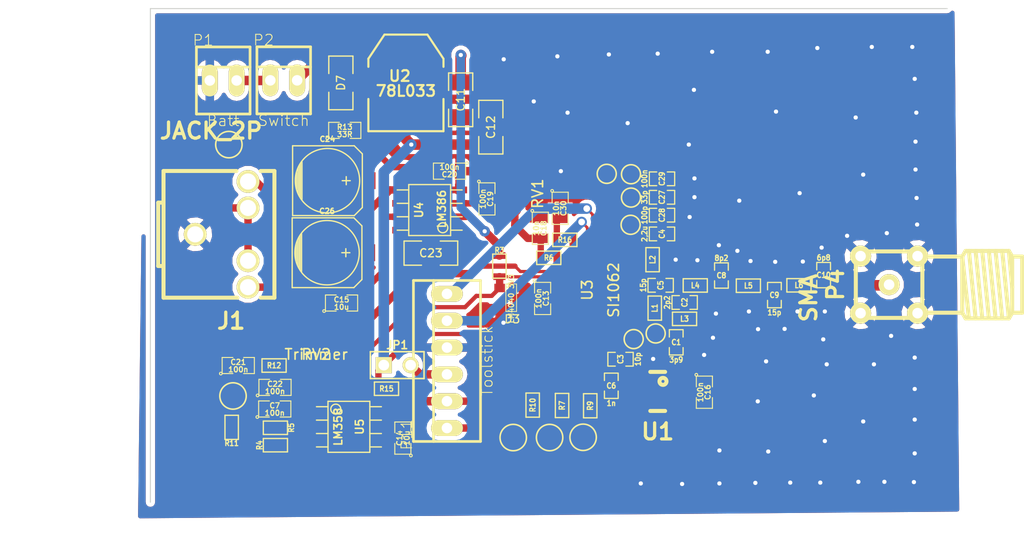
<source format=kicad_pcb>
(kicad_pcb (version 3) (host pcbnew "(2013-07-07 BZR 4022)-stable")
  (layers (15 F.Cu signal) (0 B.Cu signal hide) (18 B.Paste user) (19 F.Paste user) (20 B.SilkS user) (21 F.SilkS user) (22 B.Mask user) (23 F.Mask user) (28 Edge.Cuts user))
  (net 0 "")
  (net 1 /3V3)
  (net 2 "/Audio out")
  (net 3 /Audio_In)
  (net 4 /Batt)
  (net 5 /C2CK)
  (net 6 /C2D)
  (net 7 /CH+)
  (net 8 /CH-)
  (net 9 /GPIO0)
  (net 10 /GPIO1)
  (net 11 /GPIO2)
  (net 12 /GPIO3)
  (net 13 /Mic)
  (net 14 /P0.6)
  (net 15 /PTT)
  (net 16 /PWM)
  (net 17 /RXN)
  (net 18 /RXP)
  (net 19 /TX)
  (net 20 /UMISO)
  (net 21 /UMOSI)
  (net 22 /VDD)
  (net 23 /Vref)
  (net 24 /Vref/2)
  (net 25 /XTAL)
  (net 26 /~IRQ)
  (net 27 GND)
  (net 28 N-0000010)
  (net 29 N-0000013)
  (net 30 N-0000014)
  (net 31 N-0000015)
  (net 32 N-0000018)
  (net 33 N-0000019)
  (net 34 N-0000031)
  (net 35 N-0000032)
  (net 36 N-0000033)
  (net 37 N-0000034)
  (net 38 N-0000047)
  (net 39 N-0000048)
  (net 40 N-0000049)
  (net 41 N-000005)
  (net 42 N-0000050)
  (net 43 N-0000054)
  (net 44 N-0000055)
  (net 45 N-000006)
  (net 46 N-000007)
  (net 47 N-000008)
  (module SOT23 (layer F.Cu) (at 132.461 85.8266 270)
    (fp_text reference D3 (at 1.99898 -0.09906 360) (layer F.SilkS) (effects (font (size 0.762 0.762) (thickness 0.11938))))
    (fp_text value "LM4040 3V3" (at 0.0635 0 270) (layer F.SilkS) (effects (font (size 0.50038 0.50038) (thickness 0.09906))))
    (pad 2 smd rect (at 0 -1.09982 270) (size 0.8001 1.00076) (layers F.Cu F.Paste F.Mask) (net 27 GND))
    (pad 2 smd rect (at 0.9525 1.09982 270) (size 0.8001 1.00076) (layers F.Cu F.Paste F.Mask) (net 27 GND))
    (pad 1 smd rect (at -0.9525 1.09982 270) (size 0.8001 1.00076) (layers F.Cu F.Paste F.Mask) (net 23 /Vref))
  )
  (module AudioJack3.5mm (layer F.Cu) (at 102.5398 79.7941)
    (fp_text reference J1 (at 3.40106 8.19912) (layer F.SilkS) (effects (font (size 1.524 1.524) (thickness 0.3048))))
    (fp_text value JACK_2P (at 1.50114 -9.79932) (layer F.SilkS) (effects (font (size 1.524 1.524) (thickness 0.3048))))
    (pad 3 thru_hole circle (at 0 0) (size 2.159 2.159) (drill 1.524) (layers *.Cu *.Mask F.SilkS) (net 27 GND))
    (pad 1 thru_hole circle (at 5.00126 -5.00126) (size 2.159 2.159) (drill 1.524) (layers *.Cu *.Mask F.SilkS) (net 46 N-000007))
    (pad 2 thru_hole circle (at 5.00126 -2.49936) (size 2.159 2.159) (drill 1.524) (layers *.Cu *.Mask F.SilkS) (net 2 "/Audio out"))
    (pad 2 thru_hole circle (at 5.00126 2.49936) (size 2.159 2.159) (drill 1.524) (layers *.Cu *.Mask F.SilkS) (net 2 "/Audio out"))
    (pad 1 thru_hole circle (at 5.00126 5.00126) (size 2.159 2.159) (drill 1.524) (layers *.Cu *.Mask F.SilkS) (net 46 N-000007))
  )
  (module Trimmer_10k_smd (layer F.Cu) (at 113.9952 91.1606)
    (fp_text reference RV2 (at 0 0) (layer F.SilkS))
    (fp_text value Trimmer (at 0 0) (layer F.SilkS))
    (pad 2 smd rect (at 0 -1.75) (size 1.6 1.7) (layers F.Cu F.Paste F.Mask) (net 3 /Audio_In))
    (pad 1 smd rect (at -1.25 2) (size 1.3 1.5) (layers F.Cu F.Paste F.Mask) (net 37 N-0000034))
    (pad 3 smd rect (at 1.25 2) (size 1.3 1.5) (layers F.Cu F.Paste F.Mask) (net 3 /Audio_In))
  )
  (module so-8-roka (layer F.Cu) (at 117.094 98.0186 270)
    (fp_text reference U5 (at 0 -1.016 270) (layer F.SilkS) (effects (font (size 0.7493 0.7493) (thickness 0.14986))))
    (fp_text value LM358 (at 0 1.016 270) (layer F.SilkS) (effects (font (size 0.7493 0.7493) (thickness 0.14986))))
    (pad 1 smd rect (at -1.905 2.794 270) (size 0.635 1.5) (layers F.Cu F.Paste F.Mask) (net 3 /Audio_In))
    (pad 2 smd rect (at -0.635 2.794 270) (size 0.635 1.5) (layers F.Cu F.Paste F.Mask) (net 37 N-0000034))
    (pad 3 smd rect (at 0.635 2.794 270) (size 0.635 1.5) (layers F.Cu F.Paste F.Mask) (net 24 /Vref/2))
    (pad 4 smd rect (at 1.905 2.794 270) (size 0.635 1.5) (layers F.Cu F.Paste F.Mask) (net 27 GND))
    (pad 5 smd rect (at 1.905 -2.794 270) (size 0.635 1.5) (layers F.Cu F.Paste F.Mask))
    (pad 6 smd rect (at 0.635 -2.794 270) (size 0.635 1.5) (layers F.Cu F.Paste F.Mask))
    (pad 7 smd rect (at -0.635 -2.794 270) (size 0.635 1.5) (layers F.Cu F.Paste F.Mask))
    (pad 8 smd rect (at -1.905 -2.794 270) (size 0.635 1.5) (layers F.Cu F.Paste F.Mask) (net 22 /VDD))
  )
  (module so-8-roka (layer F.Cu) (at 124.7394 77.4954 90)
    (fp_text reference U4 (at 0 -1.016 90) (layer F.SilkS) (effects (font (size 0.7493 0.7493) (thickness 0.14986))))
    (fp_text value LM386 (at 0.1016 1.143 90) (layer F.SilkS) (effects (font (size 0.7493 0.7493) (thickness 0.14986))))
    (pad 1 smd rect (at -1.905 2.794 90) (size 0.635 1.5) (layers F.Cu F.Paste F.Mask) (net 38 N-0000047))
    (pad 2 smd rect (at -0.635 2.794 90) (size 0.635 1.5) (layers F.Cu F.Paste F.Mask) (net 42 N-0000050))
    (pad 3 smd rect (at 0.635 2.794 90) (size 0.635 1.5) (layers F.Cu F.Paste F.Mask) (net 40 N-0000049))
    (pad 4 smd rect (at 1.905 2.794 90) (size 0.635 1.5) (layers F.Cu F.Paste F.Mask) (net 27 GND))
    (pad 5 smd rect (at 1.905 -2.794 90) (size 0.635 1.5) (layers F.Cu F.Paste F.Mask) (net 39 N-0000048))
    (pad 6 smd rect (at 0.635 -2.794 90) (size 0.635 1.5) (layers F.Cu F.Paste F.Mask) (net 35 N-0000032))
    (pad 7 smd rect (at -0.635 -2.794 90) (size 0.635 1.5) (layers F.Cu F.Paste F.Mask) (net 32 N-0000018))
    (pad 8 smd rect (at -1.905 -2.794 90) (size 0.635 1.5) (layers F.Cu F.Paste F.Mask) (net 41 N-000005))
  )
  (module SM1206 (layer F.Cu) (at 124.8537 81.5721)
    (fp_text reference C23 (at 0 0) (layer F.SilkS) (effects (font (size 0.762 0.762) (thickness 0.127))))
    (fp_text value 10u hide)
    (pad 1 smd rect (at -1.651 0) (size 1.524 2.032) (layers F.Cu F.Paste F.Mask) (net 41 N-000005))
    (pad 2 smd rect (at 1.651 0) (size 1.524 2.032) (layers F.Cu F.Paste F.Mask) (net 38 N-0000047))
  )
  (module SM1206 (layer F.Cu) (at 130.5306 69.6468 90)
    (fp_text reference C12 (at 0 0 90) (layer F.SilkS) (effects (font (size 0.762 0.762) (thickness 0.127))))
    (fp_text value 22u hide)
    (pad 1 smd rect (at -1.651 0 90) (size 1.524 2.032) (layers F.Cu F.Paste F.Mask) (net 22 /VDD))
    (pad 2 smd rect (at 1.651 0 90) (size 1.524 2.032) (layers F.Cu F.Paste F.Mask) (net 27 GND))
  )
  (module SM1206 (layer F.Cu) (at 127.6731 67.056 270)
    (fp_text reference C11 (at 0 0 270) (layer F.SilkS) (effects (font (size 0.762 0.762) (thickness 0.127))))
    (fp_text value 10u hide)
    (pad 1 smd rect (at -1.651 0 270) (size 1.524 2.032) (layers F.Cu F.Paste F.Mask) (net 4 /Batt))
    (pad 2 smd rect (at 1.651 0 270) (size 1.524 2.032) (layers F.Cu F.Paste F.Mask) (net 27 GND))
  )
  (module SM0805 (layer F.Cu) (at 130.1623 76.4413 270)
    (fp_text reference C19 (at 0 -0.3175 270) (layer F.SilkS) (effects (font (size 0.50038 0.50038) (thickness 0.10922))))
    (fp_text value 100n (at 0 0.381 270) (layer F.SilkS) (effects (font (size 0.50038 0.50038) (thickness 0.10922))))
    (pad 1 smd rect (at -0.9525 0 270) (size 0.889 1.397) (layers F.Cu F.Paste F.Mask) (net 36 N-0000033))
    (pad 2 smd rect (at 0.9525 0 270) (size 0.889 1.397) (layers F.Cu F.Paste F.Mask) (net 40 N-0000049))
  )
  (module SM0805 (layer F.Cu) (at 126.619 73.8124 180)
    (fp_text reference C20 (at 0 -0.3175 180) (layer F.SilkS) (effects (font (size 0.50038 0.50038) (thickness 0.10922))))
    (fp_text value 100n (at 0 0.381 180) (layer F.SilkS) (effects (font (size 0.50038 0.50038) (thickness 0.10922))))
    (pad 1 smd rect (at -0.9525 0 180) (size 0.889 1.397) (layers F.Cu F.Paste F.Mask) (net 27 GND))
    (pad 2 smd rect (at 0.9525 0 180) (size 0.889 1.397) (layers F.Cu F.Paste F.Mask) (net 42 N-0000050))
  )
  (module SM0805 (layer F.Cu) (at 135.2169 79.2226 270)
    (fp_text reference C18 (at 0 -0.3175 270) (layer F.SilkS) (effects (font (size 0.50038 0.50038) (thickness 0.10922))))
    (fp_text value 10n (at 0 0.381 270) (layer F.SilkS) (effects (font (size 0.50038 0.50038) (thickness 0.10922))))
    (pad 1 smd rect (at -0.9525 0 270) (size 0.889 1.397) (layers F.Cu F.Paste F.Mask) (net 27 GND))
    (pad 2 smd rect (at 0.9525 0 270) (size 0.889 1.397) (layers F.Cu F.Paste F.Mask) (net 45 N-000006))
  )
  (module SM0805 (layer F.Cu) (at 116.7003 69.9516)
    (fp_text reference R13 (at 0 -0.3175) (layer F.SilkS) (effects (font (size 0.50038 0.50038) (thickness 0.10922))))
    (fp_text value 33R (at 0 0.381) (layer F.SilkS) (effects (font (size 0.50038 0.50038) (thickness 0.10922))))
    (pad 1 smd rect (at -0.9525 0) (size 0.889 1.397) (layers F.Cu F.Paste F.Mask) (net 4 /Batt))
    (pad 2 smd rect (at 0.9525 0) (size 0.889 1.397) (layers F.Cu F.Paste F.Mask) (net 35 N-0000032))
  )
  (module SM0805 (layer F.Cu) (at 106.6165 92.2147)
    (fp_text reference C21 (at 0 -0.3175) (layer F.SilkS) (effects (font (size 0.50038 0.50038) (thickness 0.10922))))
    (fp_text value 100n (at 0 0.381) (layer F.SilkS) (effects (font (size 0.50038 0.50038) (thickness 0.10922))))
    (pad 1 smd rect (at -0.9525 0) (size 0.889 1.397) (layers F.Cu F.Paste F.Mask) (net 27 GND))
    (pad 2 smd rect (at 0.9525 0) (size 0.889 1.397) (layers F.Cu F.Paste F.Mask) (net 31 N-0000015))
  )
  (module SM0805 (layer F.Cu) (at 110.0963 94.2848)
    (fp_text reference C22 (at 0 -0.3175) (layer F.SilkS) (effects (font (size 0.50038 0.50038) (thickness 0.10922))))
    (fp_text value 100n (at 0 0.381) (layer F.SilkS) (effects (font (size 0.50038 0.50038) (thickness 0.10922))))
    (pad 1 smd rect (at -0.9525 0) (size 0.889 1.397) (layers F.Cu F.Paste F.Mask) (net 13 /Mic))
    (pad 2 smd rect (at 0.9525 0) (size 0.889 1.397) (layers F.Cu F.Paste F.Mask) (net 24 /Vref/2))
  )
  (module SM0805 (layer F.Cu) (at 135.4328 85.8647 270)
    (fp_text reference C13 (at 0 -0.3175 270) (layer F.SilkS) (effects (font (size 0.50038 0.50038) (thickness 0.10922))))
    (fp_text value 100n (at 0 0.381 270) (layer F.SilkS) (effects (font (size 0.50038 0.50038) (thickness 0.10922))))
    (pad 1 smd rect (at -0.9525 0 270) (size 0.889 1.397) (layers F.Cu F.Paste F.Mask) (net 27 GND))
    (pad 2 smd rect (at 0.9525 0 270) (size 0.889 1.397) (layers F.Cu F.Paste F.Mask) (net 22 /VDD))
  )
  (module SM0805 (layer F.Cu) (at 150.749 94.742 270)
    (fp_text reference C16 (at 0 -0.3175 270) (layer F.SilkS) (effects (font (size 0.50038 0.50038) (thickness 0.10922))))
    (fp_text value 100n (at 0 0.381 270) (layer F.SilkS) (effects (font (size 0.50038 0.50038) (thickness 0.10922))))
    (pad 1 smd rect (at -0.9525 0 270) (size 0.889 1.397) (layers F.Cu F.Paste F.Mask) (net 27 GND))
    (pad 2 smd rect (at 0.9525 0 270) (size 0.889 1.397) (layers F.Cu F.Paste F.Mask) (net 22 /VDD))
  )
  (module SM0805 (layer F.Cu) (at 110.0709 96.3295)
    (fp_text reference C7 (at 0 -0.3175) (layer F.SilkS) (effects (font (size 0.50038 0.50038) (thickness 0.10922))))
    (fp_text value 100n (at 0 0.381) (layer F.SilkS) (effects (font (size 0.50038 0.50038) (thickness 0.10922))))
    (pad 1 smd rect (at -0.9525 0) (size 0.889 1.397) (layers F.Cu F.Paste F.Mask) (net 27 GND))
    (pad 2 smd rect (at 0.9525 0) (size 0.889 1.397) (layers F.Cu F.Paste F.Mask) (net 24 /Vref/2))
  )
  (module SM0603_Capa (layer F.Cu) (at 148.082 90.0176 90)
    (fp_text reference C1 (at 0 0 180) (layer F.SilkS) (effects (font (size 0.508 0.4572) (thickness 0.1143))))
    (fp_text value 3p9 (at -1.651 0 180) (layer F.SilkS) (effects (font (size 0.508 0.4572) (thickness 0.1143))))
    (pad 1 smd rect (at -0.762 0 90) (size 0.635 1.143) (layers F.Cu F.Paste F.Mask) (net 27 GND))
    (pad 2 smd rect (at 0.762 0 90) (size 0.635 1.143) (layers F.Cu F.Paste F.Mask) (net 18 /RXP))
  )
  (module SM0603_Capa (layer F.Cu) (at 142.8115 91.6178 180)
    (fp_text reference C3 (at 0 0 270) (layer F.SilkS) (effects (font (size 0.508 0.4572) (thickness 0.1143))))
    (fp_text value 10p (at -1.651 0 270) (layer F.SilkS) (effects (font (size 0.508 0.4572) (thickness 0.1143))))
    (pad 1 smd rect (at -0.762 0 180) (size 0.635 1.143) (layers F.Cu F.Paste F.Mask) (net 27 GND))
    (pad 2 smd rect (at 0.762 0 180) (size 0.635 1.143) (layers F.Cu F.Paste F.Mask) (net 25 /XTAL))
  )
  (module SM0603_Capa (layer F.Cu) (at 148.8821 86.2457)
    (fp_text reference C2 (at 0 0 90) (layer F.SilkS) (effects (font (size 0.508 0.4572) (thickness 0.1143))))
    (fp_text value 2p2 (at -1.651 0 90) (layer F.SilkS) (effects (font (size 0.508 0.4572) (thickness 0.1143))))
    (pad 1 smd rect (at -0.762 0) (size 0.635 1.143) (layers F.Cu F.Paste F.Mask) (net 17 /RXN))
    (pad 2 smd rect (at 0.762 0) (size 0.635 1.143) (layers F.Cu F.Paste F.Mask) (net 47 N-000008))
  )
  (module SM0603_Capa (layer F.Cu) (at 146.7358 79.756)
    (fp_text reference C4 (at 0 0 90) (layer F.SilkS) (effects (font (size 0.508 0.4572) (thickness 0.1143))))
    (fp_text value 2,2u (at -1.651 0 90) (layer F.SilkS) (effects (font (size 0.508 0.4572) (thickness 0.1143))))
    (pad 1 smd rect (at -0.762 0) (size 0.635 1.143) (layers F.Cu F.Paste F.Mask) (net 22 /VDD))
    (pad 2 smd rect (at 0.762 0) (size 0.635 1.143) (layers F.Cu F.Paste F.Mask) (net 27 GND))
  )
  (module SM0603_Capa (layer F.Cu) (at 146.6088 84.6201)
    (fp_text reference C5 (at 0 0 90) (layer F.SilkS) (effects (font (size 0.508 0.4572) (thickness 0.1143))))
    (fp_text value 15p (at -1.651 0 90) (layer F.SilkS) (effects (font (size 0.508 0.4572) (thickness 0.1143))))
    (pad 1 smd rect (at -0.762 0) (size 0.635 1.143) (layers F.Cu F.Paste F.Mask) (net 19 /TX))
    (pad 2 smd rect (at 0.762 0) (size 0.635 1.143) (layers F.Cu F.Paste F.Mask) (net 44 N-0000055))
  )
  (module SM0603_Capa (layer F.Cu) (at 152.3619 83.693 270)
    (fp_text reference C8 (at 0 0 360) (layer F.SilkS) (effects (font (size 0.508 0.4572) (thickness 0.1143))))
    (fp_text value 8p2 (at -1.651 0 360) (layer F.SilkS) (effects (font (size 0.508 0.4572) (thickness 0.1143))))
    (pad 1 smd rect (at -0.762 0 270) (size 0.635 1.143) (layers F.Cu F.Paste F.Mask) (net 27 GND))
    (pad 2 smd rect (at 0.762 0 270) (size 0.635 1.143) (layers F.Cu F.Paste F.Mask) (net 47 N-000008))
  )
  (module SM0603_Capa (layer F.Cu) (at 162.0393 83.6549 270)
    (fp_text reference C10 (at 0 0 360) (layer F.SilkS) (effects (font (size 0.508 0.4572) (thickness 0.1143))))
    (fp_text value 6p8 (at -1.651 0 360) (layer F.SilkS) (effects (font (size 0.508 0.4572) (thickness 0.1143))))
    (pad 1 smd rect (at -0.762 0 270) (size 0.635 1.143) (layers F.Cu F.Paste F.Mask) (net 27 GND))
    (pad 2 smd rect (at 0.762 0 270) (size 0.635 1.143) (layers F.Cu F.Paste F.Mask) (net 28 N-0000010))
  )
  (module SM0603_Capa (layer F.Cu) (at 157.3784 85.5472 90)
    (fp_text reference C9 (at 0 0 180) (layer F.SilkS) (effects (font (size 0.508 0.4572) (thickness 0.1143))))
    (fp_text value 15p (at -1.651 0 180) (layer F.SilkS) (effects (font (size 0.508 0.4572) (thickness 0.1143))))
    (pad 1 smd rect (at -0.762 0 90) (size 0.635 1.143) (layers F.Cu F.Paste F.Mask) (net 27 GND))
    (pad 2 smd rect (at 0.762 0 90) (size 0.635 1.143) (layers F.Cu F.Paste F.Mask) (net 43 N-0000054))
  )
  (module SM0603_Capa (layer F.Cu) (at 141.9352 94.1324 90)
    (fp_text reference C6 (at 0 0 180) (layer F.SilkS) (effects (font (size 0.508 0.4572) (thickness 0.1143))))
    (fp_text value 1n (at -1.651 0 180) (layer F.SilkS) (effects (font (size 0.508 0.4572) (thickness 0.1143))))
    (pad 1 smd rect (at -0.762 0 90) (size 0.635 1.143) (layers F.Cu F.Paste F.Mask) (net 33 N-0000019))
    (pad 2 smd rect (at 0.762 0 90) (size 0.635 1.143) (layers F.Cu F.Paste F.Mask) (net 25 /XTAL))
  )
  (module SM0603 (layer F.Cu) (at 120.65 94.4118)
    (fp_text reference R15 (at 0 0) (layer F.SilkS) (effects (font (size 0.508 0.4572) (thickness 0.1143))))
    (fp_text value 4k7 hide)
    (pad 1 smd rect (at -0.762 0) (size 0.635 1.143) (layers F.Cu F.Paste F.Mask) (net 22 /VDD))
    (pad 2 smd rect (at 0.762 0) (size 0.635 1.143) (layers F.Cu F.Paste F.Mask) (net 5 /C2CK))
  )
  (module SM0603 (layer F.Cu) (at 137.2743 95.9993 270)
    (fp_text reference R7 (at 0 0 270) (layer F.SilkS) (effects (font (size 0.508 0.4572) (thickness 0.1143))))
    (fp_text value 4k7 hide)
    (pad 1 smd rect (at -0.762 0 270) (size 0.635 1.143) (layers F.Cu F.Paste F.Mask) (net 15 /PTT))
    (pad 2 smd rect (at 0.762 0 270) (size 0.635 1.143) (layers F.Cu F.Paste F.Mask) (net 22 /VDD))
  )
  (module SM0603 (layer F.Cu) (at 110.0074 92.2147)
    (fp_text reference R12 (at 0 0) (layer F.SilkS) (effects (font (size 0.508 0.4572) (thickness 0.1143))))
    (fp_text value 5-10k hide)
    (pad 1 smd rect (at -0.762 0) (size 0.635 1.143) (layers F.Cu F.Paste F.Mask) (net 31 N-0000015))
    (pad 2 smd rect (at 0.762 0) (size 0.635 1.143) (layers F.Cu F.Paste F.Mask) (net 37 N-0000034))
  )
  (module SM0603 (layer F.Cu) (at 145.8468 82.1944 90)
    (fp_text reference L2 (at 0 0 90) (layer F.SilkS) (effects (font (size 0.508 0.4572) (thickness 0.1143))))
    (fp_text value 220n hide)
    (pad 1 smd rect (at -0.762 0 90) (size 0.635 1.143) (layers F.Cu F.Paste F.Mask) (net 19 /TX))
    (pad 2 smd rect (at 0.762 0 90) (size 0.635 1.143) (layers F.Cu F.Paste F.Mask) (net 22 /VDD))
  )
  (module SM0603 (layer F.Cu) (at 149.8854 84.6328)
    (fp_text reference L4 (at 0 0) (layer F.SilkS) (effects (font (size 0.508 0.4572) (thickness 0.1143))))
    (fp_text value 39n hide)
    (pad 1 smd rect (at -0.762 0) (size 0.635 1.143) (layers F.Cu F.Paste F.Mask) (net 44 N-0000055))
    (pad 2 smd rect (at 0.762 0) (size 0.635 1.143) (layers F.Cu F.Paste F.Mask) (net 47 N-000008))
  )
  (module SM0603 (layer F.Cu) (at 154.9146 84.6582)
    (fp_text reference L5 (at 0 0) (layer F.SilkS) (effects (font (size 0.508 0.4572) (thickness 0.1143))))
    (fp_text value 18n hide)
    (pad 1 smd rect (at -0.762 0) (size 0.635 1.143) (layers F.Cu F.Paste F.Mask) (net 47 N-000008))
    (pad 2 smd rect (at 0.762 0) (size 0.635 1.143) (layers F.Cu F.Paste F.Mask) (net 43 N-0000054))
  )
  (module SM0603 (layer F.Cu) (at 159.7025 84.6201)
    (fp_text reference L6 (at 0 0) (layer F.SilkS) (effects (font (size 0.508 0.4572) (thickness 0.1143))))
    (fp_text value 18n hide)
    (pad 1 smd rect (at -0.762 0) (size 0.635 1.143) (layers F.Cu F.Paste F.Mask) (net 43 N-0000054))
    (pad 2 smd rect (at 0.762 0) (size 0.635 1.143) (layers F.Cu F.Paste F.Mask) (net 28 N-0000010))
  )
  (module SM0603 (layer F.Cu) (at 134.493 95.9612 270)
    (fp_text reference R10 (at 0 0 270) (layer F.SilkS) (effects (font (size 0.508 0.4572) (thickness 0.1143))))
    (fp_text value 4k7 hide)
    (pad 1 smd rect (at -0.762 0 270) (size 0.635 1.143) (layers F.Cu F.Paste F.Mask) (net 8 /CH-))
    (pad 2 smd rect (at 0.762 0 270) (size 0.635 1.143) (layers F.Cu F.Paste F.Mask) (net 22 /VDD))
  )
  (module SM0603 (layer F.Cu) (at 139.9413 96.0247 270)
    (fp_text reference R9 (at 0 0 270) (layer F.SilkS) (effects (font (size 0.508 0.4572) (thickness 0.1143))))
    (fp_text value 4k7 hide)
    (pad 1 smd rect (at -0.762 0 270) (size 0.635 1.143) (layers F.Cu F.Paste F.Mask) (net 7 /CH+))
    (pad 2 smd rect (at 0.762 0 270) (size 0.635 1.143) (layers F.Cu F.Paste F.Mask) (net 22 /VDD))
  )
  (module SM0603 (layer F.Cu) (at 136.017 82.0166 180)
    (fp_text reference R6 (at 0 0 180) (layer F.SilkS) (effects (font (size 0.508 0.4572) (thickness 0.1143))))
    (fp_text value 2k hide)
    (pad 1 smd rect (at -0.762 0 180) (size 0.635 1.143) (layers F.Cu F.Paste F.Mask) (net 34 N-0000031))
    (pad 2 smd rect (at 0.762 0 180) (size 0.635 1.143) (layers F.Cu F.Paste F.Mask) (net 45 N-000006))
  )
  (module SM0603 (layer F.Cu) (at 146.05 86.7791 90)
    (fp_text reference L1 (at 0 0 90) (layer F.SilkS) (effects (font (size 0.508 0.4572) (thickness 0.1143))))
    (fp_text value 56n hide)
    (pad 1 smd rect (at -0.762 0 90) (size 0.635 1.143) (layers F.Cu F.Paste F.Mask) (net 18 /RXP))
    (pad 2 smd rect (at 0.762 0 90) (size 0.635 1.143) (layers F.Cu F.Paste F.Mask) (net 17 /RXN))
  )
  (module SM0603 (layer F.Cu) (at 148.8694 87.7951)
    (fp_text reference L3 (at 0 0) (layer F.SilkS) (effects (font (size 0.508 0.4572) (thickness 0.1143))))
    (fp_text value 51n hide)
    (pad 1 smd rect (at -0.762 0) (size 0.635 1.143) (layers F.Cu F.Paste F.Mask) (net 18 /RXP))
    (pad 2 smd rect (at 0.762 0) (size 0.635 1.143) (layers F.Cu F.Paste F.Mask) (net 47 N-000008))
  )
  (module PINHEAD1-6 (layer F.Cu) (at 126.3777 91.7829 90)
    (fp_text reference P11 (at -6.985 -3.81 90) (layer F.SilkS) (effects (font (size 1.016 1.016) (thickness 0.0889))))
    (fp_text value Toolstick (at 0 3.81 90) (layer F.SilkS) (effects (font (size 1.016 1.016) (thickness 0.0889))))
    (pad 1 thru_hole oval (at -6.35 0 90) (size 1.50622 3.01498) (drill 0.99822) (layers *.Cu F.Paste F.SilkS F.Mask) (net 6 /C2D))
    (pad 2 thru_hole oval (at -3.81 0 90) (size 1.50622 3.01498) (drill 0.99822) (layers *.Cu F.Paste F.SilkS F.Mask) (net 5 /C2CK))
    (pad 3 thru_hole oval (at -1.27 0 90) (size 1.50622 3.01498) (drill 0.99822) (layers *.Cu F.Paste F.SilkS F.Mask) (net 1 /3V3))
    (pad 4 thru_hole oval (at 1.27 0 90) (size 1.50622 3.01498) (drill 0.99822) (layers *.Cu F.Paste F.SilkS F.Mask) (net 27 GND))
    (pad 5 thru_hole oval (at 3.81 0 90) (size 1.50622 3.01498) (drill 0.99822) (layers *.Cu F.Paste F.SilkS F.Mask) (net 20 /UMISO))
    (pad 6 thru_hole oval (at 6.35 0 90) (size 1.50622 3.01498) (drill 0.99822) (layers *.Cu F.Paste F.SilkS F.Mask) (net 21 /UMOSI))
  )
  (module PINHEAD1-2 (layer F.Cu) (at 105.1941 65.2272)
    (fp_text reference P1 (at -1.905 -3.81) (layer F.SilkS) (effects (font (size 1.016 1.016) (thickness 0.0889))))
    (fp_text value Batt (at 0 3.81) (layer F.SilkS) (effects (font (size 1.016 1.016) (thickness 0.0889))))
    (pad 1 thru_hole oval (at -1.27 0) (size 1.50622 3.01498) (drill 0.99822) (layers *.Cu F.Paste F.SilkS F.Mask) (net 27 GND))
    (pad 2 thru_hole oval (at 1.27 0) (size 1.50622 3.01498) (drill 0.99822) (layers *.Cu F.Paste F.SilkS F.Mask) (net 30 N-0000014))
  )
  (module PINHEAD1-2 (layer F.Cu) (at 110.9218 65.2145)
    (fp_text reference P2 (at -1.905 -3.81) (layer F.SilkS) (effects (font (size 1.016 1.016) (thickness 0.0889))))
    (fp_text value Switch (at 0 3.81) (layer F.SilkS) (effects (font (size 1.016 1.016) (thickness 0.0889))))
    (pad 1 thru_hole oval (at -1.27 0) (size 1.50622 3.01498) (drill 0.99822) (layers *.Cu F.Paste F.SilkS F.Mask) (net 30 N-0000014))
    (pad 2 thru_hole oval (at 1.27 0) (size 1.50622 3.01498) (drill 0.99822) (layers *.Cu F.Paste F.SilkS F.Mask) (net 29 N-0000013))
  )
  (module Crystal_SMD_0603_4Pads_RevA_09Aug2010 (layer F.Cu) (at 146.3294 94.6658 180)
    (fp_text reference U1 (at 0 -3.81 180) (layer F.SilkS) (effects (font (size 1.524 1.524) (thickness 0.3048))))
    (fp_text value XTAL_30M hide)
    (pad 1 smd rect (at -2.19964 1.19888 180) (size 1.80086 1.39954) (layers F.Cu F.Paste F.Mask) (net 27 GND))
    (pad 2 smd rect (at 2.19964 1.19888 180) (size 1.80086 1.39954) (layers F.Cu F.Paste F.Mask) (net 27 GND))
    (pad 3 smd rect (at 2.19964 -1.19888 180) (size 1.80086 1.39954) (layers F.Cu F.Paste F.Mask) (net 33 N-0000019))
    (pad 4 smd rect (at -2.19964 -1.19888 180) (size 1.80086 1.39954) (layers F.Cu F.Paste F.Mask) (net 22 /VDD))
  )
  (module c_elec_6.3x5.3 (layer F.Cu) (at 115.0239 81.534)
    (fp_text reference C26 (at 0 -3.937) (layer F.SilkS) (effects (font (size 0.50038 0.50038) (thickness 0.11938))))
    (fp_text value 47u hide)
    (pad 1 smd rect (at 2.75082 0) (size 3.59918 1.6002) (layers F.Cu F.Paste F.Mask) (net 39 N-0000048))
    (pad 2 smd rect (at -2.75082 0) (size 3.59918 1.6002) (layers F.Cu F.Paste F.Mask) (net 46 N-000007))
  )
  (module c_elec_6.3x5.3 (layer F.Cu) (at 115.062 74.7141)
    (fp_text reference C24 (at 0 -3.937) (layer F.SilkS) (effects (font (size 0.50038 0.50038) (thickness 0.11938))))
    (fp_text value 47u hide)
    (pad 1 smd rect (at 2.75082 0) (size 3.59918 1.6002) (layers F.Cu F.Paste F.Mask) (net 35 N-0000032))
    (pad 2 smd rect (at -2.75082 0) (size 3.59918 1.6002) (layers F.Cu F.Paste F.Mask) (net 27 GND))
  )
  (module SMA (layer F.Cu) (at 168.2369 84.5566 270)
    (fp_text reference P4 (at 0 5.08 270) (layer F.SilkS) (effects (font (size 1.524 1.524) (thickness 0.3048))))
    (fp_text value SMA (at 1.27 7.62 270) (layer F.SilkS) (effects (font (size 1.524 1.524) (thickness 0.3048))))
    (pad 1 thru_hole circle (at 0 0 270) (size 1.99898 1.99898) (drill 1.00076) (layers *.Cu *.Mask F.SilkS) (net 28 N-0000010))
    (pad 2 thru_hole circle (at 2.70002 -2.70002 270) (size 1.99898 1.99898) (drill 1.00076) (layers *.Cu *.Mask F.SilkS) (net 27 GND))
    (pad 2 thru_hole circle (at -2.70002 -2.70002 270) (size 1.99898 1.99898) (drill 1.00076) (layers *.Cu *.Mask F.SilkS) (net 27 GND))
    (pad 2 thru_hole circle (at -2.70002 2.70002 270) (size 1.99898 1.99898) (drill 1.00076) (layers *.Cu *.Mask F.SilkS) (net 27 GND))
    (pad 2 thru_hole circle (at 2.70002 2.70002 270) (size 1.99898 1.99898) (drill 1.00076) (layers *.Cu *.Mask F.SilkS) (net 27 GND))
  )
  (module QFN36 (layer F.Cu) (at 140.9065 85.0646 90)
    (fp_text reference U3 (at 0 -1.25 90) (layer F.SilkS))
    (fp_text value SI1062 (at 0 1.25 90) (layer F.SilkS))
    (pad 1 smd oval (at -2.5 -2.25 180) (size 0.3 1) (layers F.Cu F.Paste F.Mask) (net 6 /C2D))
    (pad 2 smd oval (at -2.5 -1.75 180) (size 0.3 1) (layers F.Cu F.Paste F.Mask))
    (pad 3 smd oval (at -2.5 -1.25 180) (size 0.3 1) (layers F.Cu F.Paste F.Mask))
    (pad 4 smd oval (at -2.5 -0.75 180) (size 0.3 1) (layers F.Cu F.Paste F.Mask) (net 8 /CH-))
    (pad 5 smd oval (at -2.5 -0.25 180) (size 0.3 1) (layers F.Cu F.Paste F.Mask) (net 15 /PTT))
    (pad 6 smd oval (at -2.5 0.25 180) (size 0.3 1) (layers F.Cu F.Paste F.Mask) (net 7 /CH+))
    (pad 7 smd oval (at -2.5 0.75 180) (size 0.3 1) (layers F.Cu F.Paste F.Mask))
    (pad 8 smd oval (at -2.5 1.25 180) (size 0.3 1) (layers F.Cu F.Paste F.Mask) (net 25 /XTAL))
    (pad 9 smd oval (at -2.5 1.75 180) (size 0.3 1) (layers F.Cu F.Paste F.Mask) (net 27 GND))
    (pad 10 smd oval (at -2.5 2.25 180) (size 0.3 1) (layers F.Cu F.Paste F.Mask) (net 11 /GPIO2))
    (pad 11 smd oval (at -1.75 3 90) (size 0.3 1) (layers F.Cu F.Paste F.Mask) (net 12 /GPIO3))
    (pad 12 smd oval (at -1.25 3 90) (size 0.3 1) (layers F.Cu F.Paste F.Mask) (net 18 /RXP))
    (pad 13 smd oval (at -0.75 3 90) (size 0.3 1) (layers F.Cu F.Paste F.Mask) (net 17 /RXN))
    (pad 14 smd oval (at -0.25 3 90) (size 0.3 1) (layers F.Cu F.Paste F.Mask) (net 19 /TX))
    (pad 15 smd oval (at 0.25 3 90) (size 0.3 1) (layers F.Cu F.Paste F.Mask) (net 27 GND))
    (pad 16 smd oval (at 0.75 3 90) (size 0.3 1) (layers F.Cu F.Paste F.Mask) (net 27 GND))
    (pad 17 smd oval (at 1.25 3 90) (size 0.3 1) (layers F.Cu F.Paste F.Mask) (net 27 GND))
    (pad 18 smd oval (at 1.75 3 90) (size 0.3 1) (layers F.Cu F.Paste F.Mask) (net 22 /VDD))
    (pad 19 smd oval (at 2.5 2.25 180) (size 0.3 1) (layers F.Cu F.Paste F.Mask))
    (pad 20 smd oval (at 2.5 1.75 180) (size 0.3 1) (layers F.Cu F.Paste F.Mask) (net 22 /VDD))
    (pad 21 smd oval (at 2.5 1.25 180) (size 0.3 1) (layers F.Cu F.Paste F.Mask) (net 9 /GPIO0))
    (pad 22 smd oval (at 2.5 0.75 180) (size 0.3 1) (layers F.Cu F.Paste F.Mask) (net 10 /GPIO1))
    (pad 23 smd oval (at 2.5 0.25 180) (size 0.3 1) (layers F.Cu F.Paste F.Mask) (net 26 /~IRQ))
    (pad 24 smd oval (at 2.5 -0.25 180) (size 0.3 1) (layers F.Cu F.Paste F.Mask) (net 14 /P0.6))
    (pad 25 smd oval (at 2.5 -0.75 180) (size 0.3 1) (layers F.Cu F.Paste F.Mask) (net 21 /UMOSI))
    (pad 26 smd oval (at 2.5 -1.25 180) (size 0.3 1) (layers F.Cu F.Paste F.Mask) (net 20 /UMISO))
    (pad 27 smd oval (at 2.5 -1.75 180) (size 0.3 1) (layers F.Cu F.Paste F.Mask) (net 16 /PWM))
    (pad 28 smd oval (at 2.5 -2.25 180) (size 0.3 1) (layers F.Cu F.Paste F.Mask))
    (pad 29 smd oval (at 1.75 -3 90) (size 0.3 1) (layers F.Cu F.Paste F.Mask) (net 3 /Audio_In))
    (pad 30 smd oval (at 1.25 -3 90) (size 0.3 1) (layers F.Cu F.Paste F.Mask) (net 23 /Vref))
    (pad 31 smd oval (at 0.75 -3 90) (size 0.3 1) (layers F.Cu F.Paste F.Mask) (net 27 GND))
    (pad 32 smd oval (at 0.25 -3 90) (size 0.3 1) (layers F.Cu F.Paste F.Mask) (net 27 GND))
    (pad 33 smd oval (at -0.25 -3 90) (size 0.3 1) (layers F.Cu F.Paste F.Mask) (net 22 /VDD))
    (pad 34 smd oval (at -0.75 -3 90) (size 0.3 1) (layers F.Cu F.Paste F.Mask) (net 27 GND))
    (pad 35 smd oval (at -1.25 -3 90) (size 0.3 1) (layers F.Cu F.Paste F.Mask) (net 22 /VDD))
    (pad 36 smd oval (at -1.75 -2.95 90) (size 0.3 1) (layers F.Cu F.Paste F.Mask) (net 5 /C2CK))
    (pad 15 smd rect (at 0 0 90) (size 3.5 4) (layers F.Cu F.Paste F.Mask) (net 27 GND))
  )
  (module testpoint_1.3mm_centered (layer F.Cu) (at 141.5034 74.0664 90)
    (fp_text reference P6 hide)
    (fp_text value P0.6/CNVSTR hide)
    (pad 1 smd circle (at 0 0 90) (size 1.3 1.3) (layers F.Cu) (net 14 /P0.6))
  )
  (module testpoint_1.3mm_centered (layer F.Cu) (at 143.8021 74.1045 90)
    (fp_text reference P7 hide)
    (fp_text value ~IRQ hide)
    (pad 1 smd circle (at 0 0 90) (size 1.3 1.3) (layers F.Cu) (net 26 /~IRQ))
  )
  (module testpoint_1.3mm_centered (layer F.Cu) (at 143.8021 76.3143 90)
    (fp_text reference P8 hide)
    (fp_text value GPIO1 hide)
    (pad 1 smd circle (at 0 0 90) (size 1.3 1.3) (layers F.Cu) (net 10 /GPIO1))
  )
  (module testpoint_1.3mm_centered (layer F.Cu) (at 143.764 78.8924 90)
    (fp_text reference P9 hide)
    (fp_text value GPIO0 hide)
    (pad 1 smd circle (at 0 0 90) (size 1.3 1.3) (layers F.Cu) (net 9 /GPIO0))
  )
  (module testpoint_1.3mm_centered (layer F.Cu) (at 144.0561 89.7128 90)
    (fp_text reference P3 hide)
    (fp_text value GPIO2 hide)
    (pad 1 smd circle (at 0 0 90) (size 1.3 1.3) (layers F.Cu) (net 11 /GPIO2))
  )
  (module testpoint_1.3mm_centered (layer F.Cu) (at 146.1389 89.1794 90)
    (fp_text reference P5 hide)
    (fp_text value GPIO3 hide)
    (pad 1 smd circle (at 0 0 90) (size 1.3 1.3) (layers F.Cu) (net 12 /GPIO3))
  )
  (module testpoint_small_centered (layer F.Cu) (at 106.1212 95.0976)
    (fp_text reference P10 hide)
    (fp_text value Microphone hide)
    (pad 1 smd circle (at 0 0) (size 2 2) (layers F.Cu) (net 13 /Mic))
  )
  (module testpoint_small_centered (layer F.Cu) (at 139.2682 99.0092 180)
    (fp_text reference SW2 hide)
    (fp_text value CH+ hide)
    (pad 1 smd circle (at 0 0 180) (size 2 2) (layers F.Cu) (net 7 /CH+))
  )
  (module testpoint_small_centered (layer F.Cu) (at 136.0932 99.0346)
    (fp_text reference SW1 hide)
    (fp_text value PTT hide)
    (pad 1 smd circle (at 0 0) (size 2 2) (layers F.Cu) (net 15 /PTT))
  )
  (module testpoint_small_centered (layer F.Cu) (at 105.7275 71.2978)
    (fp_text reference SP1 hide)
    (fp_text value SPEAKER hide)
    (pad 1 smd circle (at 0 0) (size 2 2) (layers F.Cu) (net 2 "/Audio out"))
  )
  (module testpoint_small_centered (layer F.Cu) (at 132.6515 99.0346)
    (fp_text reference SW3 hide)
    (fp_text value CH- hide)
    (pad 1 smd circle (at 0 0) (size 2 2) (layers F.Cu) (net 8 /CH-))
  )
  (module SM0805 (layer F.Cu) (at 137.0965 77.3303 270)
    (fp_text reference C30 (at 0 -0.3175 270) (layer F.SilkS) (effects (font (size 0.50038 0.50038) (thickness 0.10922))))
    (fp_text value 10n (at 0 0.381 270) (layer F.SilkS) (effects (font (size 0.50038 0.50038) (thickness 0.10922))))
    (pad 1 smd rect (at -0.9525 0 270) (size 0.889 1.397) (layers F.Cu F.Paste F.Mask) (net 27 GND))
    (pad 2 smd rect (at 0.9525 0 270) (size 0.889 1.397) (layers F.Cu F.Paste F.Mask) (net 34 N-0000031))
  )
  (module SM0603_Capa (layer F.Cu) (at 146.7358 74.5363)
    (fp_text reference C29 (at 0 0 90) (layer F.SilkS) (effects (font (size 0.508 0.4572) (thickness 0.1143))))
    (fp_text value 100n (at -1.651 0 90) (layer F.SilkS) (effects (font (size 0.508 0.4572) (thickness 0.1143))))
    (pad 1 smd rect (at -0.762 0) (size 0.635 1.143) (layers F.Cu F.Paste F.Mask) (net 22 /VDD))
    (pad 2 smd rect (at 0.762 0) (size 0.635 1.143) (layers F.Cu F.Paste F.Mask) (net 27 GND))
  )
  (module SM0603_Capa (layer F.Cu) (at 146.7358 77.978)
    (fp_text reference C28 (at 0 0 90) (layer F.SilkS) (effects (font (size 0.508 0.4572) (thickness 0.1143))))
    (fp_text value 100p (at -1.651 0 90) (layer F.SilkS) (effects (font (size 0.508 0.4572) (thickness 0.1143))))
    (pad 1 smd rect (at -0.762 0) (size 0.635 1.143) (layers F.Cu F.Paste F.Mask) (net 22 /VDD))
    (pad 2 smd rect (at 0.762 0) (size 0.635 1.143) (layers F.Cu F.Paste F.Mask) (net 27 GND))
  )
  (module SM0603_Capa (layer F.Cu) (at 146.7358 76.2889)
    (fp_text reference C27 (at 0 0 90) (layer F.SilkS) (effects (font (size 0.508 0.4572) (thickness 0.1143))))
    (fp_text value 33p (at -1.651 0 90) (layer F.SilkS) (effects (font (size 0.508 0.4572) (thickness 0.1143))))
    (pad 1 smd rect (at -0.762 0) (size 0.635 1.143) (layers F.Cu F.Paste F.Mask) (net 22 /VDD))
    (pad 2 smd rect (at 0.762 0) (size 0.635 1.143) (layers F.Cu F.Paste F.Mask) (net 27 GND))
  )
  (module SM0603 (layer F.Cu) (at 137.541 80.3148 180)
    (fp_text reference R16 (at 0 0 180) (layer F.SilkS) (effects (font (size 0.508 0.4572) (thickness 0.1143))))
    (fp_text value 2k hide)
    (pad 1 smd rect (at -0.762 0 180) (size 0.635 1.143) (layers F.Cu F.Paste F.Mask) (net 16 /PWM))
    (pad 2 smd rect (at 0.762 0 180) (size 0.635 1.143) (layers F.Cu F.Paste F.Mask) (net 34 N-0000031))
  )
  (module SOT223 (layer F.Cu) (at 122.4915 65.4558)
    (fp_text reference U2 (at -0.5842 -0.6477) (layer F.SilkS) (effects (font (size 1.016 1.016) (thickness 0.2032))))
    (fp_text value 78L033 (at 0 0.762) (layer F.SilkS) (effects (font (size 1.016 1.016) (thickness 0.2032))))
    (pad 4 smd rect (at 0 -3.302) (size 3.6576 2.032) (layers F.Cu F.Paste F.Mask))
    (pad 2 smd rect (at 0 3.302) (size 1.016 2.032) (layers F.Cu F.Paste F.Mask) (net 22 /VDD))
    (pad 3 smd rect (at 2.286 3.302) (size 1.016 2.032) (layers F.Cu F.Paste F.Mask) (net 4 /Batt))
    (pad 1 smd rect (at -2.286 3.302) (size 1.016 2.032) (layers F.Cu F.Paste F.Mask) (net 27 GND))
  )
  (module SM1206 (layer F.Cu) (at 116.332 65.4558 270)
    (fp_text reference D7 (at 0 0 270) (layer F.SilkS) (effects (font (size 0.762 0.762) (thickness 0.127))))
    (fp_text value DIODE hide)
    (pad 1 smd rect (at -1.651 0 270) (size 1.524 2.032) (layers F.Cu F.Paste F.Mask) (net 29 N-0000013))
    (pad 2 smd rect (at 1.651 0 270) (size 1.524 2.032) (layers F.Cu F.Paste F.Mask) (net 4 /Batt))
  )
  (module PIN_ARRAY_2X1 (layer F.Cu) (at 121.666 92.1766)
    (fp_text reference JP1 (at 0 -1.905) (layer F.SilkS) (effects (font (size 0.762 0.762) (thickness 0.1524))))
    (fp_text value JUMPER hide)
    (pad 1 thru_hole rect (at -1.27 0) (size 1.524 1.524) (drill 1.016) (layers *.Cu *.Mask F.SilkS) (net 22 /VDD))
    (pad 2 thru_hole circle (at 1.27 0) (size 1.524 1.524) (drill 1.016) (layers *.Cu *.Mask F.SilkS) (net 1 /3V3))
  )
  (module SM0805 (layer F.Cu) (at 122.1994 99.0854 90)
    (fp_text reference C14 (at 0 -0.3175 90) (layer F.SilkS) (effects (font (size 0.50038 0.50038) (thickness 0.10922))))
    (fp_text value 10u (at 0 0.381 90) (layer F.SilkS) (effects (font (size 0.50038 0.50038) (thickness 0.10922))))
    (pad 1 smd rect (at -0.9525 0 90) (size 0.889 1.397) (layers F.Cu F.Paste F.Mask) (net 27 GND))
    (pad 2 smd rect (at 0.9525 0 90) (size 0.889 1.397) (layers F.Cu F.Paste F.Mask) (net 22 /VDD))
  )
  (module SM0805 (layer F.Cu) (at 116.3955 86.2965)
    (fp_text reference C15 (at 0 -0.3175) (layer F.SilkS) (effects (font (size 0.50038 0.50038) (thickness 0.10922))))
    (fp_text value 10u (at 0 0.381) (layer F.SilkS) (effects (font (size 0.50038 0.50038) (thickness 0.10922))))
    (pad 1 smd rect (at -0.9525 0) (size 0.889 1.397) (layers F.Cu F.Paste F.Mask) (net 27 GND))
    (pad 2 smd rect (at 0.9525 0) (size 0.889 1.397) (layers F.Cu F.Paste F.Mask) (net 32 N-0000018))
  )
  (module SM0603_1 (layer F.Cu) (at 105.9942 98.0694 90)
    (fp_text reference R11 (at -1.5 0 180) (layer F.SilkS) (effects (font (size 0.508 0.4572) (thickness 0.1143))))
    (fp_text value 10k? hide)
    (pad 1 smd rect (at -1 0 90) (size 0.635 1.143) (layers F.Cu F.Paste F.Mask) (net 22 /VDD))
    (pad 2 smd rect (at 1 0 90) (size 0.635 1.143) (layers F.Cu F.Paste F.Mask) (net 13 /Mic))
  )
  (module SM0603_1 (layer F.Cu) (at 110.1344 98.1075 180)
    (fp_text reference R5 (at -1.5 0 270) (layer F.SilkS) (effects (font (size 0.508 0.4572) (thickness 0.1143))))
    (fp_text value 100k hide)
    (pad 1 smd rect (at -1 0 180) (size 0.635 1.143) (layers F.Cu F.Paste F.Mask) (net 24 /Vref/2))
    (pad 2 smd rect (at 1 0 180) (size 0.635 1.143) (layers F.Cu F.Paste F.Mask) (net 27 GND))
  )
  (module SM0603_1 (layer F.Cu) (at 110.1344 99.7585)
    (fp_text reference R4 (at -1.5 0 90) (layer F.SilkS) (effects (font (size 0.508 0.4572) (thickness 0.1143))))
    (fp_text value 100k hide)
    (pad 1 smd rect (at -1 0) (size 0.635 1.143) (layers F.Cu F.Paste F.Mask) (net 23 /Vref))
    (pad 2 smd rect (at 1 0) (size 0.635 1.143) (layers F.Cu F.Paste F.Mask) (net 24 /Vref/2))
  )
  (module SM0603_1 (layer F.Cu) (at 131.3434 82.804 270)
    (fp_text reference R3 (at -1.5 0 360) (layer F.SilkS) (effects (font (size 0.508 0.4572) (thickness 0.1143))))
    (fp_text value 4k7 hide)
    (pad 1 smd rect (at -1 0 270) (size 0.635 1.143) (layers F.Cu F.Paste F.Mask) (net 4 /Batt))
    (pad 2 smd rect (at 1 0 270) (size 0.635 1.143) (layers F.Cu F.Paste F.Mask) (net 23 /Vref))
  )
  (module potmeter_close (layer F.Cu) (at 132.8039 75.692 270)
    (fp_text reference RV1 (at 0.254 -2.159 270) (layer F.SilkS) (effects (font (size 1.016 1.016) (thickness 0.1524))))
    (fp_text value Vol hide)
    (pad 1 smd circle (at -1.75 0 270) (size 1.2 1.2) (layers F.Cu F.Paste F.Mask) (net 27 GND))
    (pad 2 smd circle (at 0 0 270) (size 1.2 1.2) (layers F.Cu F.Paste F.Mask) (net 36 N-0000033))
    (pad 3 smd circle (at 1.75 0 270) (size 1.2 1.2) (layers F.Cu F.Paste F.Mask) (net 45 N-000006))
  )
  (gr_line (start 98.298 58.42) (end 173.736 58.42) (angle 90) (layer Edge.Cuts) (width 0.1))
  (gr_line (start 98.298 105.156) (end 98.298 58.42) (angle 90) (layer Edge.Cuts) (width 0.1))
  (segment (start 122.936 92.1766) (end 123.8123 93.0529) (width 0.8) (layer F.Cu) (net 1))
  (segment (start 123.8123 93.0529) (end 126.3777 93.0529) (width 0.8) (layer F.Cu) (net 1))
  (segment (start 107.54106 82.29346) (end 107.54106 77.29474) (width 0.7) (layer F.Cu) (net 2))
  (segment (start 107.54106 77.29474) (end 105.75544 77.29474) (width 0.7) (layer F.Cu) (net 2))
  (segment (start 104.8512 72.1741) (end 105.7275 71.2978) (width 0.7) (layer F.Cu) (net 2))
  (segment (start 104.8512 76.3905) (end 104.8512 72.1741) (width 0.7) (layer F.Cu) (net 2))
  (segment (start 105.75544 77.29474) (end 104.8512 76.3905) (width 0.7) (layer F.Cu) (net 2))
  (segment (start 137.9065 83.3146) (end 133.3272 83.3146) (width 0.3) (layer F.Cu) (net 3))
  (segment (start 117.4978 89.4106) (end 113.9952 89.4106) (width 1) (layer F.Cu) (net 3))
  (segment (start 123.3932 83.5152) (end 117.4978 89.4106) (width 0.7) (layer F.Cu) (net 3))
  (segment (start 128.7018 83.5152) (end 123.3932 83.5152) (width 0.7) (layer F.Cu) (net 3))
  (segment (start 129.413 82.804) (end 128.7018 83.5152) (width 0.7) (layer F.Cu) (net 3))
  (segment (start 132.8166 82.804) (end 129.413 82.804) (width 0.5) (layer F.Cu) (net 3))
  (segment (start 133.3272 83.3146) (end 132.8166 82.804) (width 0.3) (layer F.Cu) (net 3))
  (segment (start 115.2452 93.1606) (end 115.2452 90.6606) (width 0.7) (layer F.Cu) (net 3))
  (segment (start 115.2452 90.6606) (end 113.9952 89.4106) (width 0.7) (layer F.Cu) (net 3))
  (segment (start 114.3 96.1136) (end 115.2452 95.1684) (width 0.5) (layer F.Cu) (net 3))
  (segment (start 115.2452 95.1684) (end 115.2452 93.1606) (width 0.5) (layer F.Cu) (net 3))
  (segment (start 131.3434 81.804) (end 131.3434 80.899) (width 0.8) (layer F.Cu) (net 4))
  (segment (start 127.6731 62.8269) (end 127.6731 62.9285) (width 0.8) (layer F.Cu) (net 4))
  (segment (start 127.6858 62.8142) (end 127.6731 62.8269) (width 0.8) (layer F.Cu) (net 4))
  (via (at 127.6858 62.8142) (size 1) (drill 0.4) (layers F.Cu B.Cu) (net 4))
  (segment (start 127.6858 77.2414) (end 127.6858 62.8142) (width 0.8) (layer B.Cu) (net 4))
  (segment (start 129.9464 79.502) (end 127.6858 77.2414) (width 0.8) (layer B.Cu) (net 4))
  (via (at 129.9464 79.502) (size 1) (drill 0.4) (layers F.Cu B.Cu) (net 4))
  (segment (start 131.3434 80.899) (end 129.9464 79.502) (width 0.8) (layer F.Cu) (net 4))
  (segment (start 127.6731 65.405) (end 127.6731 62.9285) (width 1) (layer F.Cu) (net 4))
  (segment (start 127.6731 62.9285) (end 127.7366 62.865) (width 1) (layer F.Cu) (net 4))
  (segment (start 127.7366 62.865) (end 127.6731 62.9285) (width 0.8) (layer F.Cu) (net 4))
  (segment (start 116.332 67.1068) (end 115.7478 67.691) (width 0.9) (layer F.Cu) (net 4))
  (segment (start 115.7478 67.691) (end 115.7478 69.9516) (width 0.9) (layer F.Cu) (net 4))
  (segment (start 127.6731 65.405) (end 118.0338 65.405) (width 0.9) (layer F.Cu) (net 4))
  (segment (start 118.0338 65.405) (end 116.332 67.1068) (width 0.9) (layer F.Cu) (net 4))
  (segment (start 127.6731 65.405) (end 125.6538 65.405) (width 1) (layer F.Cu) (net 4))
  (segment (start 124.8283 66.2305) (end 124.8283 69.2912) (width 1) (layer F.Cu) (net 4))
  (segment (start 125.6538 65.405) (end 124.8283 66.2305) (width 1) (layer F.Cu) (net 4))
  (segment (start 137.9565 86.8146) (end 137.2134 86.8146) (width 0.3) (layer F.Cu) (net 5))
  (segment (start 129.6289 95.5929) (end 126.3777 95.5929) (width 0.7) (layer F.Cu) (net 5))
  (segment (start 136.8806 88.3412) (end 129.6289 95.5929) (width 0.7) (layer F.Cu) (net 5))
  (segment (start 136.8806 87.1474) (end 136.8806 88.3412) (width 0.3) (layer F.Cu) (net 5))
  (segment (start 137.2134 86.8146) (end 136.8806 87.1474) (width 0.3) (layer F.Cu) (net 5))
  (segment (start 121.412 94.4118) (end 122.5296 94.4118) (width 0.8) (layer F.Cu) (net 5))
  (segment (start 123.7107 95.5929) (end 126.3777 95.5929) (width 0.8) (layer F.Cu) (net 5))
  (segment (start 122.5296 94.4118) (end 123.7107 95.5929) (width 0.8) (layer F.Cu) (net 5))
  (segment (start 138.6565 87.5646) (end 138.6565 88.9021) (width 0.3) (layer F.Cu) (net 6))
  (segment (start 129.4257 98.1329) (end 126.3777 98.1329) (width 0.7) (layer F.Cu) (net 6))
  (segment (start 138.6565 88.9021) (end 129.4257 98.1329) (width 0.7) (layer F.Cu) (net 6))
  (segment (start 139.9413 95.2627) (end 139.3571 95.2627) (width 0.3) (layer F.Cu) (net 7))
  (segment (start 138.6967 98.5393) (end 139.2047 99.0473) (width 0.3) (layer F.Cu) (net 7))
  (segment (start 138.6967 95.9231) (end 138.6967 98.5393) (width 0.5) (layer F.Cu) (net 7))
  (segment (start 139.3571 95.2627) (end 138.6967 95.9231) (width 0.5) (layer F.Cu) (net 7))
  (segment (start 141.1565 87.5646) (end 141.1565 90.3772) (width 0.3) (layer F.Cu) (net 7))
  (segment (start 139.9413 91.5924) (end 139.9413 95.2627) (width 0.3) (layer F.Cu) (net 7))
  (segment (start 141.1565 90.3772) (end 139.9413 91.5924) (width 0.3) (layer F.Cu) (net 7))
  (segment (start 139.9413 95.2627) (end 139.9413 94.996) (width 0.3) (layer F.Cu) (net 7))
  (segment (start 139.9794 94.9579) (end 139.9413 95.2627) (width 0.3) (layer F.Cu) (net 7))
  (segment (start 139.9413 94.996) (end 139.9794 94.9579) (width 0.3) (layer F.Cu) (net 7))
  (segment (start 134.493 95.1992) (end 133.6802 95.1992) (width 0.3) (layer F.Cu) (net 8))
  (segment (start 132.6515 96.2279) (end 132.6515 99.0346) (width 0.5) (layer F.Cu) (net 8))
  (segment (start 133.6802 95.1992) (end 132.6515 96.2279) (width 0.3) (layer F.Cu) (net 8))
  (segment (start 140.1565 87.5646) (end 140.1565 88.8372) (width 0.3) (layer F.Cu) (net 8))
  (segment (start 134.493 94.5007) (end 134.493 95.1992) (width 0.3) (layer F.Cu) (net 8))
  (segment (start 140.1565 88.8372) (end 134.493 94.5007) (width 0.3) (layer F.Cu) (net 8))
  (segment (start 142.1565 82.5646) (end 142.1565 80.4999) (width 0.3) (layer F.Cu) (net 9))
  (segment (start 142.1565 80.4999) (end 143.764 78.8924) (width 0.3) (layer F.Cu) (net 9))
  (segment (start 141.6565 82.5646) (end 141.6565 78.4599) (width 0.3) (layer F.Cu) (net 10))
  (segment (start 141.6565 78.4599) (end 143.8021 76.3143) (width 0.3) (layer F.Cu) (net 10))
  (segment (start 143.1565 87.5646) (end 143.1565 88.8132) (width 0.3) (layer F.Cu) (net 11))
  (segment (start 143.1565 88.8132) (end 144.0561 89.7128) (width 0.3) (layer F.Cu) (net 11))
  (segment (start 143.9065 86.8146) (end 144.4345 86.8146) (width 0.3) (layer F.Cu) (net 12))
  (segment (start 144.7546 87.7951) (end 146.1389 89.1794) (width 0.3) (layer F.Cu) (net 12))
  (segment (start 144.7546 87.1347) (end 144.7546 87.7951) (width 0.3) (layer F.Cu) (net 12))
  (segment (start 144.4345 86.8146) (end 144.7546 87.1347) (width 0.3) (layer F.Cu) (net 12))
  (segment (start 106.1212 95.0976) (end 106.1212 96.9424) (width 0.7) (layer F.Cu) (net 13))
  (segment (start 106.1212 96.9424) (end 105.9942 97.0694) (width 0.7) (layer F.Cu) (net 13))
  (segment (start 106.1212 95.0976) (end 106.934 94.2848) (width 0.7) (layer F.Cu) (net 13))
  (segment (start 106.934 94.2848) (end 109.1438 94.2848) (width 0.7) (layer F.Cu) (net 13))
  (segment (start 140.6565 82.5646) (end 140.6565 74.9133) (width 0.3) (layer F.Cu) (net 14))
  (segment (start 140.6565 74.9133) (end 141.5034 74.0664) (width 0.3) (layer F.Cu) (net 14))
  (segment (start 137.2743 95.2373) (end 136.5631 95.2373) (width 0.3) (layer F.Cu) (net 15))
  (segment (start 135.9789 95.8215) (end 135.9789 99.0346) (width 0.5) (layer F.Cu) (net 15))
  (segment (start 136.5631 95.2373) (end 135.9789 95.8215) (width 0.5) (layer F.Cu) (net 15))
  (segment (start 140.6565 87.5646) (end 140.6565 89.6326) (width 0.3) (layer F.Cu) (net 15))
  (segment (start 137.2743 93.0148) (end 137.2743 95.2373) (width 0.3) (layer F.Cu) (net 15))
  (segment (start 140.6565 89.6326) (end 137.2743 93.0148) (width 0.3) (layer F.Cu) (net 15))
  (segment (start 139.1565 82.5646) (end 139.1565 81.1683) (width 0.3) (layer F.Cu) (net 16))
  (segment (start 139.1565 81.1683) (end 138.303 80.3148) (width 0.3) (layer F.Cu) (net 16))
  (segment (start 146.05 86.0171) (end 147.7264 86.0171) (width 0.7) (layer F.Cu) (net 17))
  (segment (start 147.7264 86.0171) (end 148.1328 86.4235) (width 0.7) (layer F.Cu) (net 17))
  (segment (start 143.9065 85.8146) (end 145.8475 85.8146) (width 0.3) (layer F.Cu) (net 17))
  (segment (start 145.8475 85.8146) (end 146.05 86.0171) (width 0.3) (layer F.Cu) (net 17))
  (segment (start 148.082 89.2556) (end 148.082 87.8205) (width 0.7) (layer F.Cu) (net 18))
  (segment (start 148.082 87.8205) (end 148.1074 87.7951) (width 0.7) (layer F.Cu) (net 18))
  (segment (start 143.9065 86.3146) (end 144.633 86.3146) (width 0.3) (layer F.Cu) (net 18))
  (segment (start 145.8595 87.5411) (end 146.05 87.5411) (width 0.3) (layer F.Cu) (net 18))
  (segment (start 144.633 86.3146) (end 145.8595 87.5411) (width 0.3) (layer F.Cu) (net 18))
  (segment (start 146.05 87.5411) (end 147.8534 87.5411) (width 0.8) (layer F.Cu) (net 18))
  (segment (start 147.8534 87.5411) (end 148.1074 87.7951) (width 0.8) (layer F.Cu) (net 18))
  (segment (start 145.8468 84.4042) (end 145.8468 82.9564) (width 0.7) (layer F.Cu) (net 19))
  (segment (start 143.9065 85.3146) (end 144.9364 85.3146) (width 0.3) (layer F.Cu) (net 19))
  (segment (start 144.9364 85.3146) (end 145.8468 84.4042) (width 0.3) (layer F.Cu) (net 19))
  (segment (start 126.3777 87.9729) (end 129.7686 87.9729) (width 0.9) (layer B.Cu) (net 20))
  (segment (start 129.7686 87.9729) (end 139.1158 78.6257) (width 0.9) (layer B.Cu) (net 20))
  (segment (start 139.6565 82.5646) (end 139.6565 79.1537) (width 0.254) (layer F.Cu) (net 20))
  (segment (start 139.1285 78.6257) (end 139.1158 78.6257) (width 1) (layer B.Cu) (net 20))
  (via (at 139.1285 78.6257) (size 0.889) (layers F.Cu B.Cu) (net 20))
  (segment (start 139.6565 79.1537) (end 139.1285 78.6257) (width 0.254) (layer F.Cu) (net 20))
  (segment (start 126.3777 85.4329) (end 126.7587 85.4329) (width 0.9) (layer B.Cu) (net 21))
  (segment (start 126.7587 85.4329) (end 134.8359 77.3557) (width 0.9) (layer B.Cu) (net 21))
  (segment (start 134.8359 77.3557) (end 139.6111 77.3557) (width 1) (layer B.Cu) (net 21))
  (via (at 139.6111 77.3557) (size 0.889) (layers F.Cu B.Cu) (net 21))
  (segment (start 139.6111 77.3557) (end 140.1565 77.9011) (width 0.254) (layer F.Cu) (net 21))
  (segment (start 140.1565 77.9011) (end 140.1565 82.5646) (width 0.254) (layer F.Cu) (net 21))
  (segment (start 145.9738 79.756) (end 145.9738 77.978) (width 0.5) (layer F.Cu) (net 22))
  (segment (start 145.9738 77.978) (end 145.9738 76.2889) (width 0.5) (layer F.Cu) (net 22))
  (via (at 122.9995 71.2978) (size 1) (drill 0.4) (layers F.Cu B.Cu) (net 22))
  (segment (start 120.396 92.1766) (end 120.396 73.9013) (width 1) (layer B.Cu) (net 22))
  (segment (start 120.396 73.9013) (end 122.9995 71.2978) (width 1) (layer B.Cu) (net 22))
  (segment (start 120.396 92.1766) (end 119.888 92.6846) (width 0.6) (layer F.Cu) (net 22))
  (segment (start 119.888 92.6846) (end 119.888 94.4118) (width 0.6) (layer F.Cu) (net 22))
  (segment (start 135.4328 86.8172) (end 133.0198 89.2302) (width 0.7) (layer F.Cu) (net 22))
  (segment (start 123.3424 89.2302) (end 120.396 92.1766) (width 0.6) (layer F.Cu) (net 22))
  (segment (start 133.0198 89.2302) (end 123.3424 89.2302) (width 0.4) (layer F.Cu) (net 22))
  (segment (start 105.9942 99.0694) (end 109.3884 102.4636) (width 0.5) (layer F.Cu) (net 22))
  (segment (start 109.3884 102.4636) (end 109.6264 102.4636) (width 0.5) (layer F.Cu) (net 22))
  (segment (start 119.888 96.1136) (end 118.491 96.1136) (width 0.5) (layer F.Cu) (net 22))
  (segment (start 116.3828 102.4636) (end 109.6264 102.4636) (width 0.5) (layer F.Cu) (net 22))
  (segment (start 117.856 100.9904) (end 116.3828 102.4636) (width 0.5) (layer F.Cu) (net 22))
  (segment (start 117.856 96.7486) (end 117.856 100.9904) (width 0.5) (layer F.Cu) (net 22))
  (segment (start 118.491 96.1136) (end 117.856 96.7486) (width 0.5) (layer F.Cu) (net 22))
  (segment (start 145.9738 74.5363) (end 145.9738 73.0758) (width 0.8) (layer F.Cu) (net 22))
  (segment (start 144.1958 71.2978) (end 130.5306 71.2978) (width 0.8) (layer F.Cu) (net 22))
  (segment (start 145.9738 73.0758) (end 144.1958 71.2978) (width 0.8) (layer F.Cu) (net 22))
  (segment (start 130.5306 71.2978) (end 122.9995 71.2978) (width 1) (layer F.Cu) (net 22))
  (segment (start 122.4788 68.7705) (end 122.4915 68.7578) (width 0.9) (layer F.Cu) (net 22))
  (segment (start 122.9995 71.2978) (end 122.4788 70.7771) (width 1) (layer F.Cu) (net 22))
  (segment (start 122.4788 70.7771) (end 122.4788 68.7705) (width 0.9) (layer F.Cu) (net 22))
  (segment (start 134.5692 101.0793) (end 140.9319 101.0793) (width 0.7) (layer F.Cu) (net 22))
  (segment (start 122.1994 98.1329) (end 122.9741 98.1329) (width 0.7) (layer F.Cu) (net 22))
  (segment (start 125.9205 101.0793) (end 134.5692 101.0793) (width 0.7) (layer F.Cu) (net 22))
  (segment (start 122.9741 98.1329) (end 125.9205 101.0793) (width 0.7) (layer F.Cu) (net 22))
  (segment (start 121.9708 96.1136) (end 121.9708 97.9043) (width 0.7) (layer F.Cu) (net 22))
  (segment (start 121.9708 97.9043) (end 122.1994 98.1329) (width 0.7) (layer F.Cu) (net 22))
  (segment (start 119.888 96.1136) (end 121.9708 96.1136) (width 0.7) (layer F.Cu) (net 22))
  (segment (start 121.9708 96.1136) (end 121.8311 96.1136) (width 0.7) (layer F.Cu) (net 22))
  (segment (start 121.8311 96.1136) (end 121.9327 96.2152) (width 0.7) (layer F.Cu) (net 22))
  (segment (start 119.888 94.4118) (end 119.888 96.1136) (width 0.5) (layer F.Cu) (net 22))
  (segment (start 137.9065 85.3146) (end 137.0243 85.3146) (width 0.3) (layer F.Cu) (net 22))
  (segment (start 135.5217 86.8172) (end 135.4328 86.8172) (width 0.3) (layer F.Cu) (net 22))
  (segment (start 137.0243 85.3146) (end 135.5217 86.8172) (width 0.3) (layer F.Cu) (net 22))
  (segment (start 137.9065 86.3146) (end 135.9354 86.3146) (width 0.3) (layer F.Cu) (net 22))
  (segment (start 135.9354 86.3146) (end 135.4328 86.8172) (width 0.3) (layer F.Cu) (net 22))
  (segment (start 150.749 95.6945) (end 148.69922 95.6945) (width 0.6) (layer F.Cu) (net 22))
  (segment (start 148.69922 95.6945) (end 143.31442 101.0793) (width 0.6) (layer F.Cu) (net 22))
  (segment (start 143.31442 101.0793) (end 140.9319 101.0793) (width 0.6) (layer F.Cu) (net 22))
  (segment (start 139.9413 96.7867) (end 140.0429 96.7867) (width 0.3) (layer F.Cu) (net 22))
  (segment (start 140.0429 96.7867) (end 141.0462 97.79) (width 0.5) (layer F.Cu) (net 22))
  (segment (start 141.0462 97.79) (end 141.0462 100.965) (width 0.5) (layer F.Cu) (net 22))
  (segment (start 141.0462 100.965) (end 140.9319 101.0793) (width 0.3) (layer F.Cu) (net 22))
  (segment (start 140.9319 101.0793) (end 137.4521 101.0793) (width 0.3) (layer F.Cu) (net 22))
  (segment (start 134.493 96.7232) (end 134.493 101.0031) (width 0.5) (layer F.Cu) (net 22))
  (segment (start 134.493 101.0031) (end 134.5692 101.0793) (width 0.3) (layer F.Cu) (net 22))
  (segment (start 137.6045 97.0915) (end 137.2743 96.7613) (width 0.3) (layer F.Cu) (net 22))
  (segment (start 137.6045 100.9269) (end 137.6045 97.0915) (width 0.5) (layer F.Cu) (net 22))
  (segment (start 137.4521 101.0793) (end 137.6045 100.9269) (width 0.3) (layer F.Cu) (net 22))
  (segment (start 134.5692 101.0793) (end 137.4521 101.0793) (width 0.3) (layer F.Cu) (net 22))
  (segment (start 142.6565 82.5646) (end 142.6565 81.9176) (width 0.3) (layer F.Cu) (net 22))
  (segment (start 143.1417 81.4324) (end 144.9324 81.4324) (width 0.3) (layer F.Cu) (net 22))
  (segment (start 142.6565 81.9176) (end 143.1417 81.4324) (width 0.3) (layer F.Cu) (net 22))
  (segment (start 145.9738 76.2889) (end 145.9738 74.5363) (width 0.9) (layer F.Cu) (net 22))
  (segment (start 145.8468 81.4324) (end 145.8468 74.8792) (width 0.9) (layer F.Cu) (net 22))
  (segment (start 145.8468 74.8792) (end 146.1516 74.5744) (width 0.9) (layer F.Cu) (net 22))
  (segment (start 143.9065 83.3146) (end 144.5996 83.3146) (width 0.3) (layer F.Cu) (net 22))
  (segment (start 144.9324 81.4324) (end 145.8468 81.4324) (width 0.3) (layer F.Cu) (net 22))
  (segment (start 144.7927 81.5721) (end 144.9324 81.4324) (width 0.3) (layer F.Cu) (net 22))
  (segment (start 144.7927 83.1215) (end 144.7927 81.5721) (width 0.3) (layer F.Cu) (net 22))
  (segment (start 144.5996 83.3146) (end 144.7927 83.1215) (width 0.3) (layer F.Cu) (net 22))
  (segment (start 131.3434 83.804) (end 132.4196 83.804) (width 0.3) (layer F.Cu) (net 23))
  (segment (start 132.4196 83.804) (end 132.4302 83.8146) (width 0.3) (layer F.Cu) (net 23))
  (segment (start 131.36118 84.8741) (end 131.36118 83.82178) (width 0.7) (layer F.Cu) (net 23))
  (segment (start 131.36118 83.82178) (end 131.3434 83.804) (width 0.7) (layer F.Cu) (net 23))
  (segment (start 131.36118 84.8741) (end 130.61188 85.6234) (width 0.4) (layer F.Cu) (net 23))
  (segment (start 109.3724 101.0158) (end 109.3724 99.7585) (width 0.4) (layer F.Cu) (net 23))
  (segment (start 109.855 101.4984) (end 109.3724 101.0158) (width 0.4) (layer F.Cu) (net 23))
  (segment (start 115.9764 101.4984) (end 109.855 101.4984) (width 0.4) (layer F.Cu) (net 23))
  (segment (start 116.586 100.8888) (end 115.9764 101.4984) (width 0.4) (layer F.Cu) (net 23))
  (segment (start 116.586 93.1164) (end 116.586 100.8888) (width 0.4) (layer F.Cu) (net 23))
  (segment (start 123.0122 86.6902) (end 116.586 93.1164) (width 0.4) (layer F.Cu) (net 23))
  (segment (start 128.0922 86.6902) (end 123.0122 86.6902) (width 0.4) (layer F.Cu) (net 23))
  (segment (start 129.159 85.6234) (end 128.0922 86.6902) (width 0.4) (layer F.Cu) (net 23))
  (segment (start 130.61188 85.6234) (end 129.159 85.6234) (width 0.4) (layer F.Cu) (net 23))
  (segment (start 137.9065 83.8146) (end 132.4302 83.8146) (width 0.3) (layer F.Cu) (net 23))
  (segment (start 111.1344 99.7585) (end 111.1344 98.1075) (width 0.5) (layer F.Cu) (net 24))
  (segment (start 111.1344 98.1075) (end 111.0234 97.9965) (width 0.5) (layer F.Cu) (net 24))
  (segment (start 111.0234 97.9965) (end 111.0234 96.3295) (width 0.5) (layer F.Cu) (net 24))
  (segment (start 114.3 98.6536) (end 111.6805 98.6536) (width 0.5) (layer F.Cu) (net 24))
  (segment (start 111.6805 98.6536) (end 111.1344 98.1075) (width 0.5) (layer F.Cu) (net 24))
  (segment (start 111.0488 94.2848) (end 111.0488 96.3041) (width 0.6) (layer F.Cu) (net 24))
  (segment (start 111.0488 96.3041) (end 111.0234 96.3295) (width 0.6) (layer F.Cu) (net 24))
  (segment (start 142.0495 91.6178) (end 142.0495 93.2561) (width 0.6) (layer F.Cu) (net 25))
  (segment (start 142.0495 93.2561) (end 141.9352 93.3704) (width 0.6) (layer F.Cu) (net 25))
  (segment (start 142.1565 87.5646) (end 142.1565 91.5108) (width 0.3) (layer F.Cu) (net 25))
  (segment (start 142.1565 91.5108) (end 142.0495 91.6178) (width 0.3) (layer F.Cu) (net 25))
  (segment (start 141.1565 82.5646) (end 141.1565 76.7501) (width 0.3) (layer F.Cu) (net 26))
  (segment (start 141.1565 76.7501) (end 143.8021 74.1045) (width 0.3) (layer F.Cu) (net 26))
  (segment (start 137.0965 76.3778) (end 137.0965 73.8759) (width 0.5) (layer F.Cu) (net 27))
  (via (at 137.16 73.8124) (size 1) (drill 0.4) (layers F.Cu B.Cu) (net 27))
  (segment (start 137.0965 73.8759) (end 137.16 73.8124) (width 0.5) (layer F.Cu) (net 27))
  (segment (start 135.4328 84.9122) (end 134.47522 84.9122) (width 0.7) (layer F.Cu) (net 27))
  (segment (start 132.60832 86.7791) (end 131.36118 86.7791) (width 0.7) (layer F.Cu) (net 27))
  (segment (start 134.47522 84.9122) (end 132.60832 86.7791) (width 0.7) (layer F.Cu) (net 27))
  (segment (start 131.36118 86.7791) (end 131.36118 87.80018) (width 0.7) (layer F.Cu) (net 27))
  (segment (start 131.36118 87.80018) (end 131.7244 88.1634) (width 0.7) (layer F.Cu) (net 27))
  (via (at 131.7244 88.1634) (size 1) (drill 0.4) (layers F.Cu B.Cu) (net 27))
  (segment (start 143.5735 91.6178) (end 143.5989 91.5924) (width 0.8) (layer F.Cu) (net 27))
  (via (at 145.8976 91.5924) (size 1) (drill 0.4) (layers F.Cu B.Cu) (net 27))
  (segment (start 143.5989 91.5924) (end 145.8976 91.5924) (width 0.8) (layer F.Cu) (net 27))
  (segment (start 149.352 78.1558) (end 150.9014 76.6064) (width 0.7) (layer B.Cu) (net 27))
  (segment (start 149.7584 66.2178) (end 149.8092 66.2686) (width 0.7) (layer B.Cu) (net 27))
  (segment (start 149.7584 66.1162) (end 149.7584 66.2178) (width 0.7) (layer B.Cu) (net 27))
  (via (at 149.7584 66.1162) (size 1) (drill 0.4) (layers F.Cu B.Cu) (net 27))
  (segment (start 151.8158 68.1736) (end 149.7584 66.1162) (width 0.7) (layer F.Cu) (net 27))
  (segment (start 157.5308 68.1736) (end 151.8158 68.1736) (width 0.7) (layer F.Cu) (net 27))
  (via (at 157.5308 68.1736) (size 1) (drill 0.4) (layers F.Cu B.Cu) (net 27))
  (segment (start 158.0896 68.7324) (end 157.5308 68.1736) (width 0.7) (layer B.Cu) (net 27))
  (segment (start 165.0746 68.7324) (end 158.0896 68.7324) (width 0.7) (layer B.Cu) (net 27))
  (via (at 165.0746 68.7324) (size 1) (drill 0.4) (layers F.Cu B.Cu) (net 27))
  (segment (start 165.7858 69.4436) (end 165.0746 68.7324) (width 0.7) (layer F.Cu) (net 27))
  (segment (start 165.7858 74.1426) (end 165.7858 69.4436) (width 0.7) (layer F.Cu) (net 27))
  (via (at 165.7858 74.1426) (size 1) (drill 0.4) (layers F.Cu B.Cu) (net 27))
  (segment (start 164.0332 75.8952) (end 165.7858 74.1426) (width 0.7) (layer B.Cu) (net 27))
  (segment (start 159.766 75.8952) (end 164.0332 75.8952) (width 0.7) (layer B.Cu) (net 27))
  (via (at 159.766 75.8952) (size 1) (drill 0.4) (layers F.Cu B.Cu) (net 27))
  (segment (start 159.0548 76.6064) (end 159.766 75.8952) (width 0.7) (layer F.Cu) (net 27))
  (segment (start 154.051 76.6064) (end 159.0548 76.6064) (width 0.7) (layer F.Cu) (net 27))
  (via (at 154.051 76.6064) (size 1) (drill 0.4) (layers F.Cu B.Cu) (net 27))
  (segment (start 150.9014 76.6064) (end 154.051 76.6064) (width 0.7) (layer B.Cu) (net 27))
  (segment (start 147.4978 79.756) (end 147.4978 81.661) (width 0.7) (layer F.Cu) (net 27))
  (segment (start 149.352 78.4606) (end 149.5044 78.613) (width 0.7) (layer F.Cu) (net 27))
  (segment (start 149.352 78.1558) (end 149.352 78.4606) (width 0.7) (layer F.Cu) (net 27))
  (via (at 149.352 78.1558) (size 1) (drill 0.4) (layers F.Cu B.Cu) (net 27))
  (segment (start 149.8092 77.6986) (end 149.352 78.1558) (width 0.7) (layer B.Cu) (net 27))
  (segment (start 149.8092 76.2762) (end 149.8092 77.6986) (width 0.7) (layer B.Cu) (net 27))
  (via (at 149.8092 76.2762) (size 1) (drill 0.4) (layers F.Cu B.Cu) (net 27))
  (segment (start 149.8092 74.4982) (end 149.8092 76.2762) (width 0.7) (layer F.Cu) (net 27))
  (via (at 149.8092 74.4982) (size 1) (drill 0.4) (layers F.Cu B.Cu) (net 27))
  (segment (start 149.2758 73.9648) (end 149.8092 74.4982) (width 0.7) (layer B.Cu) (net 27))
  (segment (start 149.2758 71.2978) (end 149.2758 73.9648) (width 0.7) (layer B.Cu) (net 27))
  (via (at 149.2758 71.2978) (size 1) (drill 0.4) (layers F.Cu B.Cu) (net 27))
  (segment (start 147.2438 69.2658) (end 149.2758 71.2978) (width 0.7) (layer F.Cu) (net 27))
  (segment (start 143.4846 69.2658) (end 147.2438 69.2658) (width 0.7) (layer F.Cu) (net 27))
  (via (at 143.4846 69.2658) (size 1) (drill 0.4) (layers F.Cu B.Cu) (net 27))
  (segment (start 138.7856 69.2658) (end 143.4846 69.2658) (width 0.7) (layer B.Cu) (net 27))
  (segment (start 137.795 68.2752) (end 138.7856 69.2658) (width 0.7) (layer B.Cu) (net 27))
  (via (at 137.795 68.2752) (size 1) (drill 0.4) (layers F.Cu B.Cu) (net 27))
  (segment (start 135.6614 68.2752) (end 137.795 68.2752) (width 0.7) (layer F.Cu) (net 27))
  (segment (start 134.5946 67.2084) (end 135.6614 68.2752) (width 0.7) (layer F.Cu) (net 27))
  (via (at 134.5946 67.2084) (size 1) (drill 0.4) (layers F.Cu B.Cu) (net 27))
  (segment (start 134.5946 66.0654) (end 134.5946 67.2084) (width 0.7) (layer B.Cu) (net 27))
  (segment (start 131.7498 63.2206) (end 134.5946 66.0654) (width 0.7) (layer B.Cu) (net 27))
  (via (at 131.7498 63.2206) (size 1) (drill 0.4) (layers F.Cu B.Cu) (net 27))
  (segment (start 136.5504 63.2206) (end 131.7498 63.2206) (width 0.7) (layer F.Cu) (net 27))
  (segment (start 136.8298 62.9412) (end 136.5504 63.2206) (width 0.7) (layer F.Cu) (net 27))
  (via (at 136.8298 62.9412) (size 1) (drill 0.4) (layers F.Cu B.Cu) (net 27))
  (segment (start 141.5288 62.9412) (end 136.8298 62.9412) (width 0.7) (layer B.Cu) (net 27))
  (segment (start 141.7066 62.7634) (end 141.5288 62.9412) (width 0.7) (layer B.Cu) (net 27))
  (via (at 141.7066 62.7634) (size 1) (drill 0.4) (layers F.Cu B.Cu) (net 27))
  (segment (start 146.2532 62.7634) (end 141.7066 62.7634) (width 0.7) (layer F.Cu) (net 27))
  (segment (start 146.3294 62.6872) (end 146.2532 62.7634) (width 0.7) (layer F.Cu) (net 27))
  (via (at 146.3294 62.6872) (size 1) (drill 0.4) (layers F.Cu B.Cu) (net 27))
  (segment (start 151.3078 62.6872) (end 146.3294 62.6872) (width 0.7) (layer B.Cu) (net 27))
  (segment (start 151.4856 62.5094) (end 151.3078 62.6872) (width 0.7) (layer B.Cu) (net 27))
  (via (at 151.4856 62.5094) (size 1) (drill 0.4) (layers F.Cu B.Cu) (net 27))
  (segment (start 156.7434 62.5094) (end 151.4856 62.5094) (width 0.7) (layer F.Cu) (net 27))
  (via (at 156.7434 62.5094) (size 1) (drill 0.4) (layers F.Cu B.Cu) (net 27))
  (segment (start 161.0868 62.5094) (end 156.7434 62.5094) (width 0.7) (layer B.Cu) (net 27))
  (segment (start 161.4424 62.1538) (end 161.0868 62.5094) (width 0.7) (layer B.Cu) (net 27))
  (via (at 161.4424 62.1538) (size 1) (drill 0.4) (layers F.Cu B.Cu) (net 27))
  (segment (start 166.497 62.1538) (end 161.4424 62.1538) (width 0.7) (layer F.Cu) (net 27))
  (segment (start 166.5986 62.0522) (end 166.497 62.1538) (width 0.7) (layer F.Cu) (net 27))
  (via (at 166.5986 62.0522) (size 1) (drill 0.4) (layers F.Cu B.Cu) (net 27))
  (segment (start 170.434 62.0522) (end 166.5986 62.0522) (width 0.7) (layer B.Cu) (net 27))
  (via (at 170.434 62.0522) (size 1) (drill 0.4) (layers F.Cu B.Cu) (net 27))
  (segment (start 170.434 64.8462) (end 170.434 62.0522) (width 0.7) (layer F.Cu) (net 27))
  (segment (start 170.6626 65.0748) (end 170.434 64.8462) (width 0.7) (layer F.Cu) (net 27))
  (via (at 170.6626 65.0748) (size 1) (drill 0.4) (layers F.Cu B.Cu) (net 27))
  (segment (start 170.6626 68.1228) (end 170.6626 65.0748) (width 0.7) (layer B.Cu) (net 27))
  (segment (start 170.815 68.2752) (end 170.6626 68.1228) (width 0.7) (layer B.Cu) (net 27))
  (via (at 170.815 68.2752) (size 1) (drill 0.4) (layers F.Cu B.Cu) (net 27))
  (segment (start 170.815 70.9422) (end 170.815 68.2752) (width 0.7) (layer F.Cu) (net 27))
  (segment (start 170.7388 71.0184) (end 170.815 70.9422) (width 0.7) (layer F.Cu) (net 27))
  (via (at 170.7388 71.0184) (size 1) (drill 0.4) (layers F.Cu B.Cu) (net 27))
  (segment (start 170.7388 73.66) (end 170.7388 71.0184) (width 0.7) (layer B.Cu) (net 27))
  (via (at 170.7388 73.66) (size 1) (drill 0.4) (layers F.Cu B.Cu) (net 27))
  (segment (start 170.7388 76.2508) (end 170.7388 73.66) (width 0.7) (layer F.Cu) (net 27))
  (segment (start 170.8404 76.3524) (end 170.7388 76.2508) (width 0.7) (layer F.Cu) (net 27))
  (via (at 170.8404 76.3524) (size 1) (drill 0.4) (layers F.Cu B.Cu) (net 27))
  (segment (start 170.8404 78.8162) (end 170.8404 76.3524) (width 0.7) (layer B.Cu) (net 27))
  (segment (start 170.8912 78.867) (end 170.8404 78.8162) (width 0.7) (layer B.Cu) (net 27))
  (via (at 170.8912 78.867) (size 1) (drill 0.4) (layers F.Cu B.Cu) (net 27))
  (segment (start 168.8338 78.867) (end 170.8912 78.867) (width 0.7) (layer F.Cu) (net 27))
  (segment (start 168.021 79.6798) (end 168.8338 78.867) (width 0.7) (layer F.Cu) (net 27))
  (via (at 168.021 79.6798) (size 1) (drill 0.4) (layers F.Cu B.Cu) (net 27))
  (segment (start 164.5158 79.6798) (end 168.021 79.6798) (width 0.7) (layer B.Cu) (net 27))
  (segment (start 164.2618 79.9338) (end 164.5158 79.6798) (width 0.7) (layer B.Cu) (net 27))
  (via (at 164.2618 79.9338) (size 1) (drill 0.4) (layers F.Cu B.Cu) (net 27))
  (segment (start 162.9664 79.9338) (end 164.2618 79.9338) (width 0.7) (layer F.Cu) (net 27))
  (segment (start 161.8488 81.0514) (end 162.9664 79.9338) (width 0.7) (layer F.Cu) (net 27))
  (via (at 161.8488 81.0514) (size 1) (drill 0.4) (layers F.Cu B.Cu) (net 27))
  (segment (start 161.3916 81.0514) (end 161.8488 81.0514) (width 0.7) (layer B.Cu) (net 27))
  (segment (start 160.0708 82.3722) (end 161.3916 81.0514) (width 0.7) (layer B.Cu) (net 27))
  (via (at 160.0708 82.3722) (size 1) (drill 0.4) (layers F.Cu B.Cu) (net 27))
  (segment (start 157.48 82.3722) (end 160.0708 82.3722) (width 0.7) (layer F.Cu) (net 27))
  (segment (start 157.4546 82.3976) (end 157.48 82.3722) (width 0.7) (layer F.Cu) (net 27))
  (via (at 157.4546 82.3976) (size 1) (drill 0.4) (layers F.Cu B.Cu) (net 27))
  (segment (start 155.194 82.3976) (end 157.4546 82.3976) (width 0.7) (layer B.Cu) (net 27))
  (segment (start 155.1178 82.3214) (end 155.194 82.3976) (width 0.7) (layer B.Cu) (net 27))
  (via (at 155.1178 82.3214) (size 1) (drill 0.4) (layers F.Cu B.Cu) (net 27))
  (segment (start 154.8384 82.3214) (end 155.1178 82.3214) (width 0.7) (layer F.Cu) (net 27))
  (segment (start 153.8732 81.3562) (end 154.8384 82.3214) (width 0.7) (layer F.Cu) (net 27))
  (via (at 153.8732 81.3562) (size 1) (drill 0.4) (layers F.Cu B.Cu) (net 27))
  (segment (start 152.654 81.3562) (end 153.8732 81.3562) (width 0.7) (layer B.Cu) (net 27))
  (segment (start 152.1206 80.8228) (end 152.654 81.3562) (width 0.7) (layer B.Cu) (net 27))
  (via (at 152.1206 80.8228) (size 1) (drill 0.4) (layers F.Cu B.Cu) (net 27))
  (segment (start 151.511 80.8228) (end 152.1206 80.8228) (width 0.7) (layer F.Cu) (net 27))
  (segment (start 150.0886 82.2452) (end 151.511 80.8228) (width 0.7) (layer F.Cu) (net 27))
  (via (at 150.0886 82.2452) (size 1) (drill 0.4) (layers F.Cu B.Cu) (net 27))
  (segment (start 148.082 82.2452) (end 150.0886 82.2452) (width 0.7) (layer B.Cu) (net 27))
  (segment (start 148.0312 82.1944) (end 148.082 82.2452) (width 0.7) (layer B.Cu) (net 27))
  (via (at 148.0312 82.1944) (size 1) (drill 0.4) (layers F.Cu B.Cu) (net 27))
  (segment (start 147.4978 81.661) (end 148.0312 82.1944) (width 0.7) (layer F.Cu) (net 27))
  (via (at 165.3286 103.2256) (size 1) (drill 0.4) (layers F.Cu B.Cu) (net 27))
  (via (at 156.591 91.821) (size 1) (drill 0.4) (layers F.Cu B.Cu) (net 27))
  (segment (start 156.591 91.821) (end 151.3332 91.821) (width 0.7) (layer B.Cu) (net 27))
  (segment (start 150.7236 91.2114) (end 151.3332 91.821) (width 0.7) (layer B.Cu) (net 27))
  (via (at 150.7236 91.2114) (size 1) (drill 0.4) (layers F.Cu B.Cu) (net 27))
  (segment (start 150.7236 90.424) (end 150.7236 91.2114) (width 0.7) (layer F.Cu) (net 27))
  (segment (start 151.5618 89.5858) (end 150.7236 90.424) (width 0.7) (layer F.Cu) (net 27))
  (via (at 151.5618 89.5858) (size 1) (drill 0.4) (layers F.Cu B.Cu) (net 27))
  (segment (start 151.5618 87.5792) (end 151.5618 89.5858) (width 0.7) (layer B.Cu) (net 27))
  (segment (start 151.8412 87.2998) (end 151.5618 87.5792) (width 0.7) (layer B.Cu) (net 27))
  (via (at 151.8412 87.2998) (size 1) (drill 0.4) (layers F.Cu B.Cu) (net 27))
  (segment (start 154.7622 87.2998) (end 151.8412 87.2998) (width 0.5) (layer F.Cu) (net 27))
  (segment (start 154.9654 87.0966) (end 154.7622 87.2998) (width 0.7) (layer F.Cu) (net 27))
  (via (at 154.9654 87.0966) (size 1) (drill 0.4) (layers F.Cu B.Cu) (net 27))
  (segment (start 154.9654 87.9094) (end 154.9654 87.0966) (width 0.7) (layer B.Cu) (net 27))
  (segment (start 155.829 88.773) (end 154.9654 87.9094) (width 0.7) (layer B.Cu) (net 27))
  (via (at 155.829 88.773) (size 1) (drill 0.4) (layers F.Cu B.Cu) (net 27))
  (segment (start 158.3182 88.773) (end 155.829 88.773) (width 0.7) (layer F.Cu) (net 27))
  (segment (start 158.3436 88.7476) (end 158.3182 88.773) (width 0.7) (layer F.Cu) (net 27))
  (via (at 158.3436 88.7476) (size 1) (drill 0.4) (layers F.Cu B.Cu) (net 27))
  (segment (start 158.3436 88.3158) (end 158.3436 88.7476) (width 0.7) (layer B.Cu) (net 27))
  (segment (start 159.5628 87.0966) (end 158.3436 88.3158) (width 0.7) (layer B.Cu) (net 27))
  (via (at 159.5628 87.0966) (size 1) (drill 0.4) (layers F.Cu B.Cu) (net 27))
  (segment (start 162.1536 87.0966) (end 159.5628 87.0966) (width 0.7) (layer F.Cu) (net 27))
  (via (at 162.1536 87.0966) (size 1) (drill 0.4) (layers F.Cu B.Cu) (net 27))
  (segment (start 162.1536 89.5858) (end 162.1536 87.0966) (width 0.7) (layer B.Cu) (net 27))
  (segment (start 162.0012 89.7382) (end 162.1536 89.5858) (width 0.7) (layer B.Cu) (net 27))
  (via (at 162.0012 89.7382) (size 1) (drill 0.4) (layers F.Cu B.Cu) (net 27))
  (segment (start 162.0012 91.7702) (end 162.0012 89.7382) (width 0.7) (layer F.Cu) (net 27))
  (segment (start 162.3314 92.1004) (end 162.0012 91.7702) (width 0.7) (layer F.Cu) (net 27))
  (via (at 162.3314 92.1004) (size 1) (drill 0.4) (layers F.Cu B.Cu) (net 27))
  (segment (start 162.3314 93.8276) (end 162.3314 92.1004) (width 0.7) (layer B.Cu) (net 27))
  (segment (start 161.1122 95.0468) (end 162.3314 93.8276) (width 0.7) (layer B.Cu) (net 27))
  (via (at 161.1122 95.0468) (size 1) (drill 0.4) (layers F.Cu B.Cu) (net 27))
  (segment (start 156.3624 95.0468) (end 161.1122 95.0468) (width 0.7) (layer F.Cu) (net 27))
  (segment (start 155.8036 95.6056) (end 156.3624 95.0468) (width 0.7) (layer F.Cu) (net 27))
  (via (at 155.8036 95.6056) (size 1) (drill 0.4) (layers F.Cu B.Cu) (net 27))
  (segment (start 155.8036 96.6216) (end 155.8036 95.6056) (width 0.7) (layer B.Cu) (net 27))
  (segment (start 152.1714 100.2538) (end 155.8036 96.6216) (width 0.7) (layer B.Cu) (net 27))
  (via (at 152.1714 100.2538) (size 1) (drill 0.4) (layers F.Cu B.Cu) (net 27))
  (segment (start 156.6926 100.2538) (end 152.1714 100.2538) (width 0.7) (layer F.Cu) (net 27))
  (segment (start 156.7942 100.3554) (end 156.6926 100.2538) (width 0.7) (layer F.Cu) (net 27))
  (via (at 156.7942 100.3554) (size 1) (drill 0.4) (layers F.Cu B.Cu) (net 27))
  (segment (start 161.163 100.3554) (end 156.7942 100.3554) (width 0.7) (layer B.Cu) (net 27))
  (segment (start 162.1536 99.3648) (end 161.163 100.3554) (width 0.7) (layer B.Cu) (net 27))
  (via (at 162.1536 99.3648) (size 1) (drill 0.4) (layers F.Cu B.Cu) (net 27))
  (segment (start 163.9316 99.3648) (end 162.1536 99.3648) (width 0.7) (layer F.Cu) (net 27))
  (segment (start 165.7858 97.5106) (end 163.9316 99.3648) (width 0.7) (layer F.Cu) (net 27))
  (via (at 165.7858 97.5106) (size 1) (drill 0.4) (layers F.Cu B.Cu) (net 27))
  (segment (start 165.7858 93.1164) (end 165.7858 97.5106) (width 0.7) (layer B.Cu) (net 27))
  (segment (start 166.8018 92.1004) (end 165.7858 93.1164) (width 0.7) (layer B.Cu) (net 27))
  (via (at 166.8018 92.1004) (size 1) (drill 0.4) (layers F.Cu B.Cu) (net 27))
  (segment (start 166.8018 91.0336) (end 166.8018 92.1004) (width 0.7) (layer F.Cu) (net 27))
  (segment (start 168.4274 89.408) (end 166.8018 91.0336) (width 0.7) (layer F.Cu) (net 27))
  (via (at 168.4274 89.408) (size 1) (drill 0.4) (layers F.Cu B.Cu) (net 27))
  (segment (start 168.6052 89.408) (end 168.4274 89.408) (width 0.7) (layer B.Cu) (net 27))
  (segment (start 170.6626 91.4654) (end 168.6052 89.408) (width 0.7) (layer B.Cu) (net 27))
  (via (at 170.6626 91.4654) (size 1) (drill 0.4) (layers F.Cu B.Cu) (net 27))
  (segment (start 170.6626 94.4372) (end 170.6626 91.4654) (width 0.7) (layer F.Cu) (net 27))
  (via (at 170.6626 94.4372) (size 1) (drill 0.4) (layers F.Cu B.Cu) (net 27))
  (segment (start 170.6626 97.3328) (end 170.6626 94.4372) (width 0.7) (layer B.Cu) (net 27))
  (via (at 170.6626 97.3328) (size 1) (drill 0.4) (layers F.Cu B.Cu) (net 27))
  (segment (start 170.6626 100.5332) (end 170.6626 97.3328) (width 0.7) (layer F.Cu) (net 27))
  (via (at 170.6626 100.5332) (size 1) (drill 0.4) (layers F.Cu B.Cu) (net 27))
  (segment (start 170.6626 103.1748) (end 170.6626 100.5332) (width 0.7) (layer B.Cu) (net 27))
  (segment (start 170.5864 103.251) (end 170.6626 103.1748) (width 0.7) (layer B.Cu) (net 27))
  (via (at 170.5864 103.251) (size 1) (drill 0.4) (layers F.Cu B.Cu) (net 27))
  (segment (start 167.8178 103.251) (end 170.5864 103.251) (width 0.7) (layer F.Cu) (net 27))
  (segment (start 167.7924 103.2256) (end 167.8178 103.251) (width 0.7) (layer F.Cu) (net 27))
  (via (at 167.7924 103.2256) (size 1) (drill 0.4) (layers F.Cu B.Cu) (net 27))
  (segment (start 167.7924 103.2256) (end 165.3286 103.2256) (width 0.7) (layer B.Cu) (net 27))
  (segment (start 122.1994 100.0379) (end 122.1994 100.4316) (width 0.7) (layer F.Cu) (net 27))
  (segment (start 161.798 103.2256) (end 165.3286 103.2256) (width 0.7) (layer F.Cu) (net 27))
  (segment (start 165.3286 103.2256) (end 165.4556 103.2256) (width 0.7) (layer F.Cu) (net 27))
  (segment (start 161.7218 103.3018) (end 161.798 103.2256) (width 0.7) (layer F.Cu) (net 27))
  (via (at 161.7218 103.3018) (size 1) (drill 0.4) (layers F.Cu B.Cu) (net 27))
  (segment (start 158.877 103.3018) (end 161.7218 103.3018) (width 0.7) (layer B.Cu) (net 27))
  (via (at 158.877 103.3018) (size 1) (drill 0.4) (layers F.Cu B.Cu) (net 27))
  (segment (start 155.6004 103.3018) (end 158.877 103.3018) (width 0.7) (layer F.Cu) (net 27))
  (segment (start 155.575 103.3272) (end 155.6004 103.3018) (width 0.7) (layer F.Cu) (net 27))
  (via (at 155.575 103.3272) (size 1) (drill 0.4) (layers F.Cu B.Cu) (net 27))
  (segment (start 152.2222 103.3272) (end 155.575 103.3272) (width 0.7) (layer B.Cu) (net 27))
  (segment (start 152.1714 103.378) (end 152.2222 103.3272) (width 0.7) (layer B.Cu) (net 27))
  (via (at 152.1714 103.378) (size 1) (drill 0.4) (layers F.Cu B.Cu) (net 27))
  (segment (start 148.6916 103.378) (end 152.1714 103.378) (width 0.7) (layer F.Cu) (net 27))
  (segment (start 148.6408 103.4288) (end 148.6916 103.378) (width 0.7) (layer F.Cu) (net 27))
  (via (at 148.6408 103.4288) (size 1) (drill 0.4) (layers F.Cu B.Cu) (net 27))
  (segment (start 144.78 103.4288) (end 148.6408 103.4288) (width 0.7) (layer B.Cu) (net 27))
  (segment (start 144.7292 103.378) (end 144.78 103.4288) (width 0.7) (layer B.Cu) (net 27))
  (via (at 144.7292 103.378) (size 1) (drill 0.4) (layers F.Cu B.Cu) (net 27))
  (segment (start 125.1458 103.378) (end 144.7292 103.378) (width 0.7) (layer F.Cu) (net 27))
  (segment (start 122.1994 100.4316) (end 125.1458 103.378) (width 0.7) (layer F.Cu) (net 27))
  (segment (start 109.1184 96.3295) (end 109.1184 98.0915) (width 0.7) (layer F.Cu) (net 27))
  (segment (start 109.1184 98.0915) (end 109.1344 98.1075) (width 0.7) (layer F.Cu) (net 27))
  (segment (start 109.1344 98.1075) (end 104.7369 98.1075) (width 0.4) (layer F.Cu) (net 27))
  (segment (start 104.14 93.7387) (end 105.664 92.2147) (width 0.4) (layer F.Cu) (net 27))
  (segment (start 104.14 97.5106) (end 104.14 93.7387) (width 0.4) (layer F.Cu) (net 27))
  (segment (start 104.7369 98.1075) (end 104.14 97.5106) (width 0.4) (layer F.Cu) (net 27))
  (segment (start 114.3 99.9236) (end 113.1062 99.9236) (width 0.5) (layer F.Cu) (net 27))
  (segment (start 109.6137 98.1075) (end 109.1344 98.1075) (width 0.4) (layer F.Cu) (net 27))
  (segment (start 110.1852 98.679) (end 109.6137 98.1075) (width 0.4) (layer F.Cu) (net 27))
  (segment (start 110.1852 100.3808) (end 110.1852 98.679) (width 0.4) (layer F.Cu) (net 27))
  (segment (start 110.6678 100.8634) (end 110.1852 100.3808) (width 0.4) (layer F.Cu) (net 27))
  (segment (start 112.1664 100.8634) (end 110.6678 100.8634) (width 0.4) (layer F.Cu) (net 27))
  (segment (start 113.1062 99.9236) (end 112.1664 100.8634) (width 0.4) (layer F.Cu) (net 27))
  (segment (start 137.9065 84.8146) (end 135.5304 84.8146) (width 0.3) (layer F.Cu) (net 27))
  (segment (start 135.5304 84.8146) (end 135.4328 84.9122) (width 0.3) (layer F.Cu) (net 27))
  (segment (start 148.082 90.7796) (end 148.082 93.01988) (width 0.6) (layer F.Cu) (net 27))
  (segment (start 148.082 93.01988) (end 148.52904 93.46692) (width 0.6) (layer F.Cu) (net 27))
  (segment (start 144.12976 93.46692) (end 148.52904 93.46692) (width 0.6) (layer F.Cu) (net 27))
  (segment (start 143.5735 91.6178) (end 143.5735 92.91066) (width 0.6) (layer F.Cu) (net 27))
  (segment (start 143.5735 92.91066) (end 144.12976 93.46692) (width 0.6) (layer F.Cu) (net 27))
  (segment (start 142.6565 87.5646) (end 142.6565 90.3325) (width 0.3) (layer F.Cu) (net 27))
  (segment (start 143.5735 91.2495) (end 143.5735 91.6178) (width 0.3) (layer F.Cu) (net 27))
  (segment (start 142.6565 90.3325) (end 143.5735 91.2495) (width 0.3) (layer F.Cu) (net 27))
  (segment (start 142.6565 87.5646) (end 142.6565 86.8146) (width 0.3) (layer F.Cu) (net 27))
  (segment (start 142.6565 86.8146) (end 140.9065 85.0646) (width 0.3) (layer F.Cu) (net 27))
  (segment (start 137.9065 85.8146) (end 140.1565 85.8146) (width 0.3) (layer F.Cu) (net 27))
  (segment (start 140.1565 85.8146) (end 140.9065 85.0646) (width 0.3) (layer F.Cu) (net 27))
  (segment (start 137.9065 84.3146) (end 140.1565 84.3146) (width 0.3) (layer F.Cu) (net 27))
  (segment (start 140.1565 84.3146) (end 140.9065 85.0646) (width 0.3) (layer F.Cu) (net 27))
  (segment (start 137.9065 84.8146) (end 140.6565 84.8146) (width 0.3) (layer F.Cu) (net 27))
  (segment (start 140.6565 84.8146) (end 140.9065 85.0646) (width 0.3) (layer F.Cu) (net 27))
  (segment (start 143.9065 83.8146) (end 142.1565 83.8146) (width 0.3) (layer F.Cu) (net 27))
  (segment (start 142.1565 83.8146) (end 140.9065 85.0646) (width 0.3) (layer F.Cu) (net 27))
  (segment (start 143.9065 84.8146) (end 141.1565 84.8146) (width 0.3) (layer F.Cu) (net 27))
  (segment (start 141.1565 84.8146) (end 140.9065 85.0646) (width 0.3) (layer F.Cu) (net 27))
  (segment (start 143.9065 84.3146) (end 141.6565 84.3146) (width 0.3) (layer F.Cu) (net 27))
  (segment (start 141.6565 84.3146) (end 140.9065 85.0646) (width 0.3) (layer F.Cu) (net 27))
  (segment (start 162.0393 84.4169) (end 168.0972 84.4169) (width 0.5) (layer F.Cu) (net 28))
  (segment (start 168.0972 84.4169) (end 168.2369 84.5566) (width 0.5) (layer F.Cu) (net 28))
  (segment (start 168.2369 84.5566) (end 167.259 84.5566) (width 0.5) (layer F.Cu) (net 28))
  (segment (start 167.259 84.5566) (end 167.1955 84.6201) (width 0.5) (layer F.Cu) (net 28))
  (segment (start 160.4645 84.6201) (end 167.1955 84.6201) (width 1) (layer F.Cu) (net 28))
  (segment (start 167.1955 84.6201) (end 168.0464 84.6201) (width 1) (layer F.Cu) (net 28))
  (segment (start 168.0464 84.6201) (end 168.2369 84.4296) (width 1) (layer F.Cu) (net 28))
  (segment (start 112.1918 65.2145) (end 113.6015 63.8048) (width 0.9) (layer F.Cu) (net 29))
  (segment (start 113.6015 63.8048) (end 116.332 63.8048) (width 0.9) (layer F.Cu) (net 29))
  (segment (start 109.6518 65.2145) (end 109.6391 65.2272) (width 0.9) (layer F.Cu) (net 30))
  (segment (start 109.6391 65.2272) (end 106.4641 65.2272) (width 0.9) (layer F.Cu) (net 30))
  (segment (start 107.569 92.2147) (end 109.2454 92.2147) (width 0.7) (layer F.Cu) (net 31))
  (segment (start 121.9454 78.1304) (end 120.65 78.1304) (width 0.6) (layer F.Cu) (net 32))
  (segment (start 120.4468 83.1977) (end 117.348 86.2965) (width 0.6) (layer F.Cu) (net 32))
  (segment (start 120.4468 78.3336) (end 120.4468 83.1977) (width 0.6) (layer F.Cu) (net 32))
  (segment (start 120.65 78.1304) (end 120.4468 78.3336) (width 0.6) (layer F.Cu) (net 32))
  (segment (start 141.9352 94.8944) (end 141.9352 95.1992) (width 0.6) (layer F.Cu) (net 33))
  (segment (start 142.60068 95.86468) (end 144.12976 95.86468) (width 0.6) (layer F.Cu) (net 33))
  (segment (start 141.9352 95.1992) (end 142.60068 95.86468) (width 0.6) (layer F.Cu) (net 33))
  (segment (start 136.779 80.3148) (end 136.779 78.6003) (width 0.6) (layer F.Cu) (net 34))
  (segment (start 136.779 78.6003) (end 137.0965 78.2828) (width 0.6) (layer F.Cu) (net 34))
  (segment (start 136.779 80.3148) (end 136.779 82.0166) (width 0.6) (layer F.Cu) (net 34))
  (segment (start 117.6528 69.9516) (end 121.1326 73.4314) (width 0.6) (layer F.Cu) (net 35))
  (segment (start 121.1326 73.4314) (end 122.5042 73.4314) (width 0.6) (layer F.Cu) (net 35))
  (segment (start 122.5042 73.4314) (end 123.952 74.8792) (width 0.6) (layer F.Cu) (net 35))
  (segment (start 123.952 74.8792) (end 123.952 76.7588) (width 0.6) (layer F.Cu) (net 35))
  (segment (start 123.952 76.7588) (end 123.8504 76.8604) (width 0.6) (layer F.Cu) (net 35))
  (segment (start 123.8504 76.8604) (end 121.9454 76.8604) (width 0.6) (layer F.Cu) (net 35))
  (segment (start 117.81282 74.7141) (end 117.81282 70.11162) (width 0.9) (layer F.Cu) (net 35))
  (segment (start 117.81282 70.11162) (end 117.6528 69.9516) (width 0.9) (layer F.Cu) (net 35))
  (segment (start 130.1623 75.4888) (end 132.6007 75.4888) (width 0.6) (layer F.Cu) (net 36))
  (segment (start 132.6007 75.4888) (end 132.8039 75.692) (width 0.6) (layer F.Cu) (net 36))
  (segment (start 114.3 97.3836) (end 112.7887 97.3836) (width 0.6) (layer F.Cu) (net 37))
  (segment (start 111.8489 92.2147) (end 110.7694 92.2147) (width 0.6) (layer F.Cu) (net 37))
  (segment (start 112.522 92.8878) (end 111.8489 92.2147) (width 0.6) (layer F.Cu) (net 37))
  (segment (start 112.522 97.1169) (end 112.522 92.8878) (width 0.6) (layer F.Cu) (net 37))
  (segment (start 112.7887 97.3836) (end 112.522 97.1169) (width 0.6) (layer F.Cu) (net 37))
  (segment (start 127.5334 79.4004) (end 126.5047 80.4291) (width 0.7) (layer F.Cu) (net 38))
  (segment (start 126.5047 80.4291) (end 126.5047 81.5721) (width 0.7) (layer F.Cu) (net 38))
  (segment (start 121.9454 75.5904) (end 120.9929 75.5904) (width 0.7) (layer F.Cu) (net 39))
  (segment (start 117.77472 78.80858) (end 117.77472 81.534) (width 0.7) (layer F.Cu) (net 39))
  (segment (start 120.9929 75.5904) (end 117.77472 78.80858) (width 0.7) (layer F.Cu) (net 39))
  (segment (start 127.5334 76.8604) (end 129.6289 76.8604) (width 0.6) (layer F.Cu) (net 40))
  (segment (start 129.6289 76.8604) (end 130.1623 77.3938) (width 0.6) (layer F.Cu) (net 40))
  (segment (start 121.9454 79.4004) (end 123.2027 80.6577) (width 0.7) (layer F.Cu) (net 41))
  (segment (start 123.2027 80.6577) (end 123.2027 81.5721) (width 0.7) (layer F.Cu) (net 41))
  (segment (start 127.5334 78.1304) (end 126.1237 78.1304) (width 0.6) (layer F.Cu) (net 42))
  (segment (start 125.6665 77.6732) (end 125.6665 73.8124) (width 0.6) (layer F.Cu) (net 42))
  (segment (start 126.1237 78.1304) (end 125.6665 77.6732) (width 0.6) (layer F.Cu) (net 42))
  (segment (start 157.3784 84.7852) (end 158.7754 84.7852) (width 0.5) (layer F.Cu) (net 43))
  (segment (start 158.7754 84.7852) (end 158.9405 84.6201) (width 0.5) (layer F.Cu) (net 43))
  (segment (start 155.6766 84.6582) (end 155.7147 84.6201) (width 1) (layer F.Cu) (net 43))
  (segment (start 155.7147 84.6201) (end 158.9405 84.6201) (width 1) (layer F.Cu) (net 43))
  (segment (start 147.3708 84.6201) (end 149.1107 84.6201) (width 0.9) (layer F.Cu) (net 44))
  (segment (start 149.1107 84.6201) (end 149.1234 84.6328) (width 0.9) (layer F.Cu) (net 44))
  (segment (start 132.8039 77.442) (end 132.8039 78.232) (width 0.7) (layer F.Cu) (net 45))
  (segment (start 132.8039 78.9559) (end 134.0231 80.1751) (width 0.7) (layer F.Cu) (net 45))
  (segment (start 134.0231 80.1751) (end 135.2169 80.1751) (width 0.7) (layer F.Cu) (net 45))
  (segment (start 132.8039 78.232) (end 132.8039 78.9559) (width 0.7) (layer F.Cu) (net 45))
  (segment (start 135.255 82.0166) (end 135.255 80.2132) (width 0.6) (layer F.Cu) (net 45))
  (segment (start 135.255 80.2132) (end 135.2169 80.1751) (width 0.6) (layer F.Cu) (net 45))
  (segment (start 107.54106 74.79284) (end 108.32084 74.79284) (width 0.7) (layer F.Cu) (net 46))
  (segment (start 112.27308 78.74508) (end 112.27308 81.534) (width 0.7) (layer F.Cu) (net 46))
  (segment (start 108.32084 74.79284) (end 112.27308 78.74508) (width 0.7) (layer F.Cu) (net 46))
  (segment (start 112.27308 81.534) (end 112.27308 82.64652) (width 0.7) (layer F.Cu) (net 46))
  (segment (start 110.12424 84.79536) (end 107.54106 84.79536) (width 0.7) (layer F.Cu) (net 46))
  (segment (start 112.27308 82.64652) (end 110.12424 84.79536) (width 0.7) (layer F.Cu) (net 46))
  (segment (start 149.6441 86.2457) (end 150.6474 85.2424) (width 0.8) (layer F.Cu) (net 47))
  (segment (start 150.6474 85.2424) (end 150.6474 84.6328) (width 0.8) (layer F.Cu) (net 47))
  (segment (start 149.6314 87.7951) (end 149.6441 87.7824) (width 0.8) (layer F.Cu) (net 47))
  (segment (start 149.6441 87.7824) (end 149.6441 86.2457) (width 0.8) (layer F.Cu) (net 47))
  (segment (start 150.6474 84.6328) (end 152.0698 84.6328) (width 1) (layer F.Cu) (net 47))
  (segment (start 154.1272 84.6328) (end 154.1526 84.6582) (width 0.9) (layer F.Cu) (net 47))
  (segment (start 152.0698 84.6328) (end 154.1272 84.6328) (width 1) (layer F.Cu) (net 47))
  (zone (net 27) (net_name GND) (layer F.Cu) (connect_pads (clearance 0.4)) (min_thickness 0.4) (fill (arc_segments 16) (thermal_gap 0.508) (thermal_bridge_width 0.8))
    (polygon (pts (xy 97.7138 57.7088) (xy 174.4218 57.6072) (xy 174.879 106.045) (xy 97.1296 106.68)))
  )
  (zone (net 27) (net_name GND) (layer B.Cu) (connect_pads (clearance 0.4)) (min_thickness 0.4) (fill (arc_segments 16) (thermal_gap 0.508) (thermal_bridge_width 0.8))
    (polygon (pts (xy 97.7138 57.7088) (xy 174.4218 57.6072) (xy 174.879 106.045) (xy 97.1296 106.68)))
  )
)
</source>
